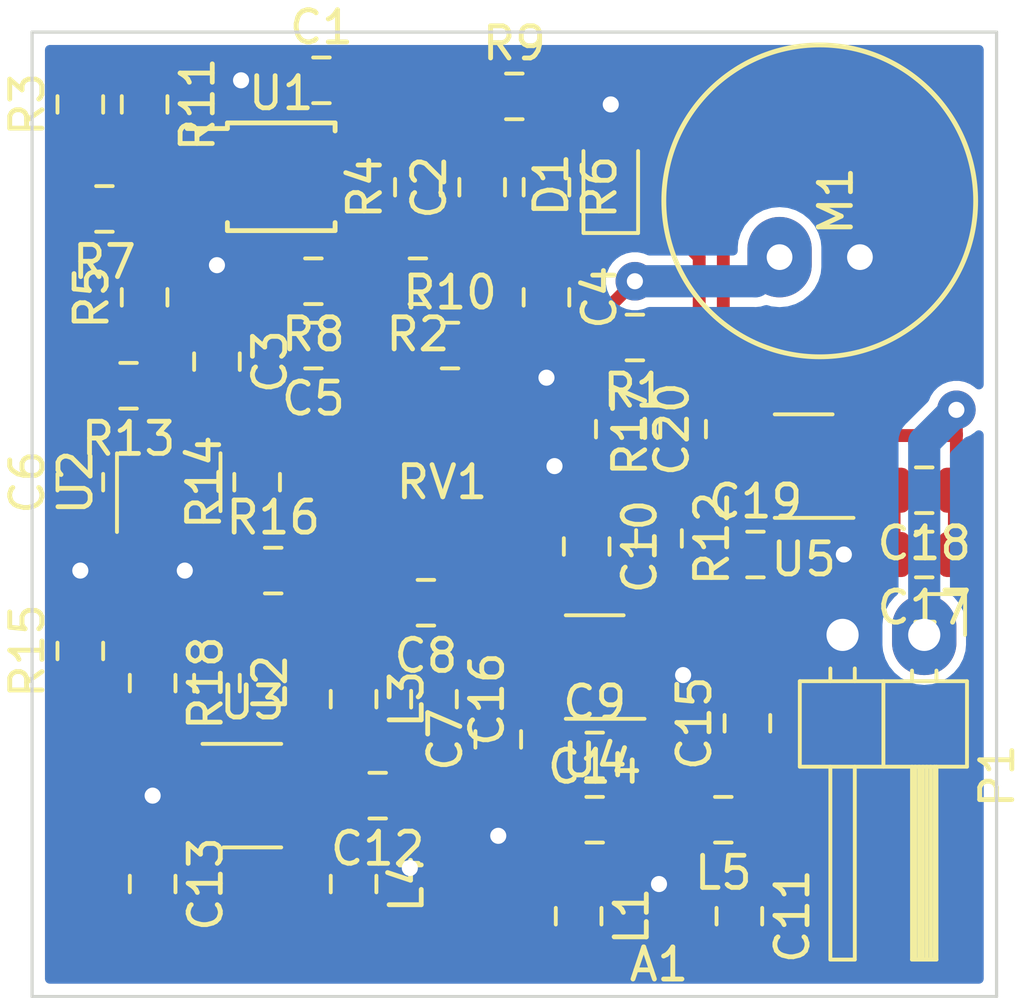
<source format=kicad_pcb>
(kicad_pcb (version 20171130) (host pcbnew 5.1.4-e60b266~84~ubuntu18.04.1)

  (general
    (thickness 1.6)
    (drawings 8)
    (tracks 244)
    (zones 0)
    (modules 53)
    (nets 32)
  )

  (page A4)
  (layers
    (0 F.Cu signal)
    (31 B.Cu signal)
    (32 B.Adhes user)
    (33 F.Adhes user)
    (34 B.Paste user)
    (35 F.Paste user)
    (36 B.SilkS user)
    (37 F.SilkS user)
    (38 B.Mask user)
    (39 F.Mask user)
    (40 Dwgs.User user)
    (41 Cmts.User user)
    (42 Eco1.User user)
    (43 Eco2.User user)
    (44 Edge.Cuts user)
    (45 Margin user)
    (46 B.CrtYd user)
    (47 F.CrtYd user)
    (48 B.Fab user)
    (49 F.Fab user hide)
  )

  (setup
    (last_trace_width 0.4)
    (user_trace_width 1)
    (trace_clearance 0.2)
    (zone_clearance 0.3)
    (zone_45_only no)
    (trace_min 0.4)
    (via_size 1.2)
    (via_drill 0.5)
    (via_min_size 0.4)
    (via_min_drill 0.3)
    (uvia_size 0.3)
    (uvia_drill 0.1)
    (uvias_allowed no)
    (uvia_min_size 0.2)
    (uvia_min_drill 0.1)
    (edge_width 0.1)
    (segment_width 0.2)
    (pcb_text_width 0.3)
    (pcb_text_size 1.5 1.5)
    (mod_edge_width 0.15)
    (mod_text_size 1 1)
    (mod_text_width 0.15)
    (pad_size 2.5 2)
    (pad_drill 1)
    (pad_to_mask_clearance 0.1)
    (solder_mask_min_width 0.1)
    (aux_axis_origin 50 50)
    (visible_elements FFFFFF9F)
    (pcbplotparams
      (layerselection 0x010c8_ffffffff)
      (usegerberextensions true)
      (usegerberattributes false)
      (usegerberadvancedattributes false)
      (creategerberjobfile false)
      (excludeedgelayer true)
      (linewidth 0.100000)
      (plotframeref false)
      (viasonmask false)
      (mode 1)
      (useauxorigin true)
      (hpglpennumber 1)
      (hpglpenspeed 20)
      (hpglpendiameter 15.000000)
      (psnegative false)
      (psa4output false)
      (plotreference false)
      (plotvalue false)
      (plotinvisibletext false)
      (padsonsilk true)
      (subtractmaskfromsilk false)
      (outputformat 1)
      (mirror false)
      (drillshape 0)
      (scaleselection 1)
      (outputdirectory "../gerbers"))
  )

  (net 0 "")
  (net 1 "Net-(A1-Pad1)")
  (net 2 VCC)
  (net 3 GND)
  (net 4 "Net-(C2-Pad1)")
  (net 5 "Net-(C2-Pad2)")
  (net 6 "Net-(C4-Pad1)")
  (net 7 "Net-(C4-Pad2)")
  (net 8 /Bias)
  (net 9 "Net-(C8-Pad1)")
  (net 10 "Net-(C8-Pad2)")
  (net 11 "Net-(C14-Pad1)")
  (net 12 "Net-(C13-Pad2)")
  (net 13 "Net-(C16-Pad1)")
  (net 14 "Net-(C16-Pad2)")
  (net 15 +BATT)
  (net 16 "Net-(L2-Pad1)")
  (net 17 "Net-(R11-Pad2)")
  (net 18 /Signal)
  (net 19 "Net-(R11-Pad1)")
  (net 20 "Net-(R16-Pad1)")
  (net 21 "Net-(R16-Pad2)")
  (net 22 "Net-(L2-Pad2)")
  (net 23 "Net-(C3-Pad1)")
  (net 24 "Net-(C9-Pad2)")
  (net 25 "Net-(C10-Pad2)")
  (net 26 "Net-(C11-Pad1)")
  (net 27 "Net-(C15-Pad2)")
  (net 28 +3V0)
  (net 29 "Net-(R6-Pad1)")
  (net 30 "Net-(R13-Pad1)")
  (net 31 "Net-(R14-Pad1)")

  (net_class Default "This is the default net class."
    (clearance 0.2)
    (trace_width 0.4)
    (via_dia 1.2)
    (via_drill 0.5)
    (uvia_dia 0.3)
    (uvia_drill 0.1)
    (diff_pair_width 0.4)
    (diff_pair_gap 0.25)
    (add_net +3V0)
    (add_net +BATT)
    (add_net /Bias)
    (add_net /Signal)
    (add_net GND)
    (add_net "Net-(A1-Pad1)")
    (add_net "Net-(C10-Pad2)")
    (add_net "Net-(C11-Pad1)")
    (add_net "Net-(C13-Pad2)")
    (add_net "Net-(C14-Pad1)")
    (add_net "Net-(C15-Pad2)")
    (add_net "Net-(C16-Pad1)")
    (add_net "Net-(C16-Pad2)")
    (add_net "Net-(C2-Pad1)")
    (add_net "Net-(C2-Pad2)")
    (add_net "Net-(C3-Pad1)")
    (add_net "Net-(C4-Pad1)")
    (add_net "Net-(C4-Pad2)")
    (add_net "Net-(C8-Pad1)")
    (add_net "Net-(C8-Pad2)")
    (add_net "Net-(C9-Pad2)")
    (add_net "Net-(L2-Pad1)")
    (add_net "Net-(L2-Pad2)")
    (add_net "Net-(R11-Pad1)")
    (add_net "Net-(R11-Pad2)")
    (add_net "Net-(R13-Pad1)")
    (add_net "Net-(R14-Pad1)")
    (add_net "Net-(R16-Pad1)")
    (add_net "Net-(R16-Pad2)")
    (add_net "Net-(R6-Pad1)")
    (add_net VCC)
  )

  (module bug_footprints:LD-MC-0905P (layer F.Cu) (tedit 5DAEFA33) (tstamp 5BD49428)
    (at 74.5 55.25 90)
    (path /5DA5F239)
    (fp_text reference M1 (at 0 0.5 90) (layer F.SilkS)
      (effects (font (size 1 1) (thickness 0.15)))
    )
    (fp_text value ~ (at 0 -0.5 90) (layer F.Fab)
      (effects (font (size 1 1) (thickness 0.15)))
    )
    (fp_line (start 1.25 -2.25) (end 1.25 -1.25) (layer F.Fab) (width 0.12))
    (fp_line (start 0.75 -1.75) (end 1.75 -1.75) (layer F.Fab) (width 0.12))
    (fp_text user %R (at 0.75 0) (layer F.Fab)
      (effects (font (size 1 1) (thickness 0.15)))
    )
    (fp_circle (center 0 0) (end 4.85 0) (layer F.SilkS) (width 0.15))
    (fp_circle (center 0 0) (end 4.85 0) (layer F.Fab) (width 0.15))
    (pad 2 thru_hole oval (at -1.75 -1.25 90) (size 2.5 2) (drill 0.8) (layers B.Cu B.Mask)
      (net 7 "Net-(C4-Pad2)"))
    (pad 1 thru_hole oval (at -1.75 1.25 90) (size 2.5 2) (drill 0.8) (layers B.Cu B.Mask)
      (net 3 GND))
  )

  (module bug_footprints:35W (layer F.Cu) (tedit 5DA71821) (tstamp 5BD49506)
    (at 62.75 64.5 180)
    (path /5DC03570)
    (fp_text reference RV1 (at 0 0.5) (layer F.SilkS)
      (effects (font (size 1 1) (thickness 0.15)))
    )
    (fp_text value 100k (at 0 -0.5) (layer F.Fab)
      (effects (font (size 1 1) (thickness 0.15)))
    )
    (fp_text user %R (at 0 0 90) (layer F.Fab)
      (effects (font (size 1 1) (thickness 0.15)))
    )
    (fp_line (start -1.8 1.5) (end 1.85 1.5) (layer F.Fab) (width 0.12))
    (fp_line (start -1.8 -1.5) (end 1.85 -1.5) (layer F.Fab) (width 0.12))
    (fp_line (start 1.85 -1.5) (end 1.85 1.5) (layer F.Fab) (width 0.12))
    (fp_line (start -1.8 -1.5) (end -1.8 1.5) (layer F.Fab) (width 0.12))
    (pad 3 smd rect (at -1.6 1 180) (size 1.2 1.2) (layers F.Cu F.Paste F.Mask)
      (net 3 GND))
    (pad 2 smd rect (at 1.65 0 180) (size 1.5 1.6) (layers F.Cu F.Paste F.Mask)
      (net 21 "Net-(R16-Pad2)"))
    (pad 1 smd rect (at -1.6 -1 180) (size 1.2 1.2) (layers F.Cu F.Paste F.Mask)
      (net 25 "Net-(C10-Pad2)"))
  )

  (module bug_footprints:Antenna_Pad (layer F.Cu) (tedit 5DA716A3) (tstamp 5BF99F04)
    (at 69.5 78.5)
    (path /5DD56D63)
    (fp_text reference A1 (at 0 0.5) (layer F.SilkS)
      (effects (font (size 1 1) (thickness 0.15)))
    )
    (fp_text value ~ (at 0 -0.5) (layer F.Fab)
      (effects (font (size 1 1) (thickness 0.15)))
    )
    (fp_text user %R (at 0 -1.5) (layer F.Fab)
      (effects (font (size 1 1) (thickness 0.15)))
    )
    (pad 1 smd rect (at 0 0) (size 1.27 1.27) (layers F.Cu F.Paste F.Mask)
      (net 1 "Net-(A1-Pad1)"))
  )

  (module Resistor_SMD:R_0805_2012Metric (layer F.Cu) (tedit 5B36C52B) (tstamp 5DA863BE)
    (at 62 54.825 90)
    (descr "Resistor SMD 0805 (2012 Metric), square (rectangular) end terminal, IPC_7351 nominal, (Body size source: https://docs.google.com/spreadsheets/d/1BsfQQcO9C6DZCsRaXUlFlo91Tg2WpOkGARC1WS5S8t0/edit?usp=sharing), generated with kicad-footprint-generator")
    (tags resistor)
    (path /5DB06E4E)
    (attr smd)
    (fp_text reference R4 (at 0 -1.65 90) (layer F.SilkS)
      (effects (font (size 1 1) (thickness 0.15)))
    )
    (fp_text value 3.3k (at 0 1.65 90) (layer F.Fab)
      (effects (font (size 1 1) (thickness 0.15)))
    )
    (fp_text user %R (at 0 0 90) (layer F.Fab)
      (effects (font (size 0.5 0.5) (thickness 0.08)))
    )
    (fp_line (start 1.68 0.95) (end -1.68 0.95) (layer F.CrtYd) (width 0.05))
    (fp_line (start 1.68 -0.95) (end 1.68 0.95) (layer F.CrtYd) (width 0.05))
    (fp_line (start -1.68 -0.95) (end 1.68 -0.95) (layer F.CrtYd) (width 0.05))
    (fp_line (start -1.68 0.95) (end -1.68 -0.95) (layer F.CrtYd) (width 0.05))
    (fp_line (start -0.258578 0.71) (end 0.258578 0.71) (layer F.SilkS) (width 0.12))
    (fp_line (start -0.258578 -0.71) (end 0.258578 -0.71) (layer F.SilkS) (width 0.12))
    (fp_line (start 1 0.6) (end -1 0.6) (layer F.Fab) (width 0.1))
    (fp_line (start 1 -0.6) (end 1 0.6) (layer F.Fab) (width 0.1))
    (fp_line (start -1 -0.6) (end 1 -0.6) (layer F.Fab) (width 0.1))
    (fp_line (start -1 0.6) (end -1 -0.6) (layer F.Fab) (width 0.1))
    (pad 2 smd roundrect (at 0.9375 0 90) (size 0.975 1.4) (layers F.Cu F.Paste F.Mask) (roundrect_rratio 0.25)
      (net 5 "Net-(C2-Pad2)"))
    (pad 1 smd roundrect (at -0.9375 0 90) (size 0.975 1.4) (layers F.Cu F.Paste F.Mask) (roundrect_rratio 0.25)
      (net 4 "Net-(C2-Pad1)"))
    (model ${KISYS3DMOD}/Resistor_SMD.3dshapes/R_0805_2012Metric.wrl
      (at (xyz 0 0 0))
      (scale (xyz 1 1 1))
      (rotate (xyz 0 0 0))
    )
  )

  (module Package_TO_SOT_SMD:SOT-23-5 (layer F.Cu) (tedit 5A02FF57) (tstamp 5BD4955F)
    (at 74 63.5 180)
    (descr "5-pin SOT23 package")
    (tags SOT-23-5)
    (path /5DDD8327)
    (attr smd)
    (fp_text reference U5 (at 0 -2.9) (layer F.SilkS)
      (effects (font (size 1 1) (thickness 0.15)))
    )
    (fp_text value MIC5317-3.3Yx5 (at 0 2.9) (layer F.Fab)
      (effects (font (size 1 1) (thickness 0.15)))
    )
    (fp_text user %R (at 0 0 90) (layer F.Fab)
      (effects (font (size 0.5 0.5) (thickness 0.075)))
    )
    (fp_line (start -0.9 1.61) (end 0.9 1.61) (layer F.SilkS) (width 0.12))
    (fp_line (start 0.9 -1.61) (end -1.55 -1.61) (layer F.SilkS) (width 0.12))
    (fp_line (start -1.9 -1.8) (end 1.9 -1.8) (layer F.CrtYd) (width 0.05))
    (fp_line (start 1.9 -1.8) (end 1.9 1.8) (layer F.CrtYd) (width 0.05))
    (fp_line (start 1.9 1.8) (end -1.9 1.8) (layer F.CrtYd) (width 0.05))
    (fp_line (start -1.9 1.8) (end -1.9 -1.8) (layer F.CrtYd) (width 0.05))
    (fp_line (start -0.9 -0.9) (end -0.25 -1.55) (layer F.Fab) (width 0.1))
    (fp_line (start 0.9 -1.55) (end -0.25 -1.55) (layer F.Fab) (width 0.1))
    (fp_line (start -0.9 -0.9) (end -0.9 1.55) (layer F.Fab) (width 0.1))
    (fp_line (start 0.9 1.55) (end -0.9 1.55) (layer F.Fab) (width 0.1))
    (fp_line (start 0.9 -1.55) (end 0.9 1.55) (layer F.Fab) (width 0.1))
    (pad 1 smd rect (at -1.1 -0.95 180) (size 1.06 0.65) (layers F.Cu F.Paste F.Mask)
      (net 15 +BATT))
    (pad 2 smd rect (at -1.1 0 180) (size 1.06 0.65) (layers F.Cu F.Paste F.Mask)
      (net 3 GND))
    (pad 3 smd rect (at -1.1 0.95 180) (size 1.06 0.65) (layers F.Cu F.Paste F.Mask)
      (net 15 +BATT))
    (pad 4 smd rect (at 1.1 0.95 180) (size 1.06 0.65) (layers F.Cu F.Paste F.Mask))
    (pad 5 smd rect (at 1.1 -0.95 180) (size 1.06 0.65) (layers F.Cu F.Paste F.Mask)
      (net 2 VCC))
    (model ${KISYS3DMOD}/Package_TO_SOT_SMD.3dshapes/SOT-23-5.wrl
      (at (xyz 0 0 0))
      (scale (xyz 1 1 1))
      (rotate (xyz 0 0 0))
    )
  )

  (module Package_TO_SOT_SMD:SOT-23-6 (layer F.Cu) (tedit 5A02FF57) (tstamp 5BD4954D)
    (at 67.5 69.75 180)
    (descr "6-pin SOT-23 package")
    (tags SOT-23-6)
    (path /5DCB2B4B)
    (attr smd)
    (fp_text reference U4 (at 0 -2.9) (layer F.SilkS)
      (effects (font (size 1 1) (thickness 0.15)))
    )
    (fp_text value MAX2471 (at 0 2.9) (layer F.Fab)
      (effects (font (size 1 1) (thickness 0.15)))
    )
    (fp_line (start 0.9 -1.55) (end 0.9 1.55) (layer F.Fab) (width 0.1))
    (fp_line (start 0.9 1.55) (end -0.9 1.55) (layer F.Fab) (width 0.1))
    (fp_line (start -0.9 -0.9) (end -0.9 1.55) (layer F.Fab) (width 0.1))
    (fp_line (start 0.9 -1.55) (end -0.25 -1.55) (layer F.Fab) (width 0.1))
    (fp_line (start -0.9 -0.9) (end -0.25 -1.55) (layer F.Fab) (width 0.1))
    (fp_line (start -1.9 -1.8) (end -1.9 1.8) (layer F.CrtYd) (width 0.05))
    (fp_line (start -1.9 1.8) (end 1.9 1.8) (layer F.CrtYd) (width 0.05))
    (fp_line (start 1.9 1.8) (end 1.9 -1.8) (layer F.CrtYd) (width 0.05))
    (fp_line (start 1.9 -1.8) (end -1.9 -1.8) (layer F.CrtYd) (width 0.05))
    (fp_line (start 0.9 -1.61) (end -1.55 -1.61) (layer F.SilkS) (width 0.12))
    (fp_line (start -0.9 1.61) (end 0.9 1.61) (layer F.SilkS) (width 0.12))
    (fp_text user %R (at 0 0 90) (layer F.Fab)
      (effects (font (size 0.5 0.5) (thickness 0.075)))
    )
    (pad 5 smd rect (at 1.1 0 180) (size 1.06 0.65) (layers F.Cu F.Paste F.Mask)
      (net 13 "Net-(C16-Pad1)"))
    (pad 6 smd rect (at 1.1 -0.95 180) (size 1.06 0.65) (layers F.Cu F.Paste F.Mask)
      (net 2 VCC))
    (pad 4 smd rect (at 1.1 0.95 180) (size 1.06 0.65) (layers F.Cu F.Paste F.Mask)
      (net 9 "Net-(C8-Pad1)"))
    (pad 3 smd rect (at -1.1 0.95 180) (size 1.06 0.65) (layers F.Cu F.Paste F.Mask)
      (net 27 "Net-(C15-Pad2)"))
    (pad 2 smd rect (at -1.1 0 180) (size 1.06 0.65) (layers F.Cu F.Paste F.Mask)
      (net 3 GND))
    (pad 1 smd rect (at -1.1 -0.95 180) (size 1.06 0.65) (layers F.Cu F.Paste F.Mask)
      (net 24 "Net-(C9-Pad2)"))
    (model ${KISYS3DMOD}/Package_TO_SOT_SMD.3dshapes/SOT-23-6.wrl
      (at (xyz 0 0 0))
      (scale (xyz 1 1 1))
      (rotate (xyz 0 0 0))
    )
  )

  (module Package_TO_SOT_SMD:SOT-23-6 (layer F.Cu) (tedit 5A02FF57) (tstamp 5BD4953E)
    (at 56.85 73.75)
    (descr "6-pin SOT-23 package")
    (tags SOT-23-6)
    (path /5DC417C1)
    (attr smd)
    (fp_text reference U3 (at 0 -2.9) (layer F.SilkS)
      (effects (font (size 1 1) (thickness 0.15)))
    )
    (fp_text value MAX2606 (at 0 2.9) (layer F.Fab)
      (effects (font (size 1 1) (thickness 0.15)))
    )
    (fp_line (start 0.9 -1.55) (end 0.9 1.55) (layer F.Fab) (width 0.1))
    (fp_line (start 0.9 1.55) (end -0.9 1.55) (layer F.Fab) (width 0.1))
    (fp_line (start -0.9 -0.9) (end -0.9 1.55) (layer F.Fab) (width 0.1))
    (fp_line (start 0.9 -1.55) (end -0.25 -1.55) (layer F.Fab) (width 0.1))
    (fp_line (start -0.9 -0.9) (end -0.25 -1.55) (layer F.Fab) (width 0.1))
    (fp_line (start -1.9 -1.8) (end -1.9 1.8) (layer F.CrtYd) (width 0.05))
    (fp_line (start -1.9 1.8) (end 1.9 1.8) (layer F.CrtYd) (width 0.05))
    (fp_line (start 1.9 1.8) (end 1.9 -1.8) (layer F.CrtYd) (width 0.05))
    (fp_line (start 1.9 -1.8) (end -1.9 -1.8) (layer F.CrtYd) (width 0.05))
    (fp_line (start 0.9 -1.61) (end -1.55 -1.61) (layer F.SilkS) (width 0.12))
    (fp_line (start -0.9 1.61) (end 0.9 1.61) (layer F.SilkS) (width 0.12))
    (fp_text user %R (at 0 0 90) (layer F.Fab)
      (effects (font (size 0.5 0.5) (thickness 0.075)))
    )
    (pad 5 smd rect (at 1.1 0) (size 1.06 0.65) (layers F.Cu F.Paste F.Mask)
      (net 2 VCC))
    (pad 6 smd rect (at 1.1 -0.95) (size 1.06 0.65) (layers F.Cu F.Paste F.Mask)
      (net 10 "Net-(C8-Pad2)"))
    (pad 4 smd rect (at 1.1 0.95) (size 1.06 0.65) (layers F.Cu F.Paste F.Mask)
      (net 14 "Net-(C16-Pad2)"))
    (pad 3 smd rect (at -1.1 0.95) (size 1.06 0.65) (layers F.Cu F.Paste F.Mask)
      (net 12 "Net-(C13-Pad2)"))
    (pad 2 smd rect (at -1.1 0) (size 1.06 0.65) (layers F.Cu F.Paste F.Mask)
      (net 3 GND))
    (pad 1 smd rect (at -1.1 -0.95) (size 1.06 0.65) (layers F.Cu F.Paste F.Mask)
      (net 22 "Net-(L2-Pad2)"))
    (model ${KISYS3DMOD}/Package_TO_SOT_SMD.3dshapes/SOT-23-6.wrl
      (at (xyz 0 0 0))
      (scale (xyz 1 1 1))
      (rotate (xyz 0 0 0))
    )
  )

  (module Package_TO_SOT_SMD:SOT-23-5 (layer F.Cu) (tedit 5A02FF57) (tstamp 5BD4952F)
    (at 54.25 64 90)
    (descr "5-pin SOT23 package")
    (tags SOT-23-5)
    (path /5DBFC70A)
    (attr smd)
    (fp_text reference U2 (at 0 -2.9 90) (layer F.SilkS)
      (effects (font (size 1 1) (thickness 0.15)))
    )
    (fp_text value MCP6001-OT (at 0 2.9 90) (layer F.Fab)
      (effects (font (size 1 1) (thickness 0.15)))
    )
    (fp_line (start 0.9 -1.55) (end 0.9 1.55) (layer F.Fab) (width 0.1))
    (fp_line (start 0.9 1.55) (end -0.9 1.55) (layer F.Fab) (width 0.1))
    (fp_line (start -0.9 -0.9) (end -0.9 1.55) (layer F.Fab) (width 0.1))
    (fp_line (start 0.9 -1.55) (end -0.25 -1.55) (layer F.Fab) (width 0.1))
    (fp_line (start -0.9 -0.9) (end -0.25 -1.55) (layer F.Fab) (width 0.1))
    (fp_line (start -1.9 1.8) (end -1.9 -1.8) (layer F.CrtYd) (width 0.05))
    (fp_line (start 1.9 1.8) (end -1.9 1.8) (layer F.CrtYd) (width 0.05))
    (fp_line (start 1.9 -1.8) (end 1.9 1.8) (layer F.CrtYd) (width 0.05))
    (fp_line (start -1.9 -1.8) (end 1.9 -1.8) (layer F.CrtYd) (width 0.05))
    (fp_line (start 0.9 -1.61) (end -1.55 -1.61) (layer F.SilkS) (width 0.12))
    (fp_line (start -0.9 1.61) (end 0.9 1.61) (layer F.SilkS) (width 0.12))
    (fp_text user %R (at 0 0) (layer F.Fab)
      (effects (font (size 0.5 0.5) (thickness 0.075)))
    )
    (pad 5 smd rect (at 1.1 -0.95 90) (size 1.06 0.65) (layers F.Cu F.Paste F.Mask)
      (net 2 VCC))
    (pad 4 smd rect (at 1.1 0.95 90) (size 1.06 0.65) (layers F.Cu F.Paste F.Mask)
      (net 30 "Net-(R13-Pad1)"))
    (pad 3 smd rect (at -1.1 0.95 90) (size 1.06 0.65) (layers F.Cu F.Paste F.Mask)
      (net 20 "Net-(R16-Pad1)"))
    (pad 2 smd rect (at -1.1 0 90) (size 1.06 0.65) (layers F.Cu F.Paste F.Mask)
      (net 3 GND))
    (pad 1 smd rect (at -1.1 -0.95 90) (size 1.06 0.65) (layers F.Cu F.Paste F.Mask)
      (net 31 "Net-(R14-Pad1)"))
    (model ${KISYS3DMOD}/Package_TO_SOT_SMD.3dshapes/SOT-23-5.wrl
      (at (xyz 0 0 0))
      (scale (xyz 1 1 1))
      (rotate (xyz 0 0 0))
    )
  )

  (module Package_SO:MSOP-8_3x3mm_P0.65mm (layer F.Cu) (tedit 5A02F25C) (tstamp 5BD4951D)
    (at 57.75 54.5)
    (descr "8-Lead Plastic Micro Small Outline Package (MS) [MSOP] (see Microchip Packaging Specification 00000049BS.pdf)")
    (tags "SSOP 0.65")
    (path /5DA6BB4F)
    (attr smd)
    (fp_text reference U1 (at 0 -2.6) (layer F.SilkS)
      (effects (font (size 1 1) (thickness 0.15)))
    )
    (fp_text value MCP6002-xMS (at 0 2.6) (layer F.Fab)
      (effects (font (size 1 1) (thickness 0.15)))
    )
    (fp_text user %R (at 0 0) (layer F.Fab)
      (effects (font (size 0.6 0.6) (thickness 0.15)))
    )
    (fp_line (start -1.675 -1.5) (end -2.925 -1.5) (layer F.SilkS) (width 0.15))
    (fp_line (start -1.675 1.675) (end 1.675 1.675) (layer F.SilkS) (width 0.15))
    (fp_line (start -1.675 -1.675) (end 1.675 -1.675) (layer F.SilkS) (width 0.15))
    (fp_line (start -1.675 1.675) (end -1.675 1.425) (layer F.SilkS) (width 0.15))
    (fp_line (start 1.675 1.675) (end 1.675 1.425) (layer F.SilkS) (width 0.15))
    (fp_line (start 1.675 -1.675) (end 1.675 -1.425) (layer F.SilkS) (width 0.15))
    (fp_line (start -1.675 -1.675) (end -1.675 -1.5) (layer F.SilkS) (width 0.15))
    (fp_line (start -3.2 1.85) (end 3.2 1.85) (layer F.CrtYd) (width 0.05))
    (fp_line (start -3.2 -1.85) (end 3.2 -1.85) (layer F.CrtYd) (width 0.05))
    (fp_line (start 3.2 -1.85) (end 3.2 1.85) (layer F.CrtYd) (width 0.05))
    (fp_line (start -3.2 -1.85) (end -3.2 1.85) (layer F.CrtYd) (width 0.05))
    (fp_line (start -1.5 -0.5) (end -0.5 -1.5) (layer F.Fab) (width 0.15))
    (fp_line (start -1.5 1.5) (end -1.5 -0.5) (layer F.Fab) (width 0.15))
    (fp_line (start 1.5 1.5) (end -1.5 1.5) (layer F.Fab) (width 0.15))
    (fp_line (start 1.5 -1.5) (end 1.5 1.5) (layer F.Fab) (width 0.15))
    (fp_line (start -0.5 -1.5) (end 1.5 -1.5) (layer F.Fab) (width 0.15))
    (pad 8 smd rect (at 2.2 -0.975) (size 1.45 0.45) (layers F.Cu F.Paste F.Mask)
      (net 2 VCC))
    (pad 7 smd rect (at 2.2 -0.325) (size 1.45 0.45) (layers F.Cu F.Paste F.Mask)
      (net 5 "Net-(C2-Pad2)"))
    (pad 6 smd rect (at 2.2 0.325) (size 1.45 0.45) (layers F.Cu F.Paste F.Mask)
      (net 29 "Net-(R6-Pad1)"))
    (pad 5 smd rect (at 2.2 0.975) (size 1.45 0.45) (layers F.Cu F.Paste F.Mask)
      (net 8 /Bias))
    (pad 4 smd rect (at -2.2 0.975) (size 1.45 0.45) (layers F.Cu F.Paste F.Mask)
      (net 3 GND))
    (pad 3 smd rect (at -2.2 0.325) (size 1.45 0.45) (layers F.Cu F.Paste F.Mask)
      (net 8 /Bias))
    (pad 2 smd rect (at -2.2 -0.325) (size 1.45 0.45) (layers F.Cu F.Paste F.Mask)
      (net 17 "Net-(R11-Pad2)"))
    (pad 1 smd rect (at -2.2 -0.975) (size 1.45 0.45) (layers F.Cu F.Paste F.Mask)
      (net 19 "Net-(R11-Pad1)"))
    (model ${KISYS3DMOD}/Package_SO.3dshapes/MSOP-8_3x3mm_P0.65mm.wrl
      (at (xyz 0 0 0))
      (scale (xyz 1 1 1))
      (rotate (xyz 0 0 0))
    )
  )

  (module Resistor_SMD:R_0805_2012Metric (layer F.Cu) (tedit 5B36C52B) (tstamp 5BF1B9B6)
    (at 53.75 70.25 270)
    (descr "Resistor SMD 0805 (2012 Metric), square (rectangular) end terminal, IPC_7351 nominal, (Body size source: https://docs.google.com/spreadsheets/d/1BsfQQcO9C6DZCsRaXUlFlo91Tg2WpOkGARC1WS5S8t0/edit?usp=sharing), generated with kicad-footprint-generator")
    (tags resistor)
    (path /5DC7A264)
    (attr smd)
    (fp_text reference R18 (at 0 -1.65 90) (layer F.SilkS)
      (effects (font (size 1 1) (thickness 0.15)))
    )
    (fp_text value 0 (at 0 1.65 90) (layer F.Fab)
      (effects (font (size 1 1) (thickness 0.15)))
    )
    (fp_text user %R (at 0 0 90) (layer F.Fab)
      (effects (font (size 0.5 0.5) (thickness 0.08)))
    )
    (fp_line (start 1.68 0.95) (end -1.68 0.95) (layer F.CrtYd) (width 0.05))
    (fp_line (start 1.68 -0.95) (end 1.68 0.95) (layer F.CrtYd) (width 0.05))
    (fp_line (start -1.68 -0.95) (end 1.68 -0.95) (layer F.CrtYd) (width 0.05))
    (fp_line (start -1.68 0.95) (end -1.68 -0.95) (layer F.CrtYd) (width 0.05))
    (fp_line (start -0.258578 0.71) (end 0.258578 0.71) (layer F.SilkS) (width 0.12))
    (fp_line (start -0.258578 -0.71) (end 0.258578 -0.71) (layer F.SilkS) (width 0.12))
    (fp_line (start 1 0.6) (end -1 0.6) (layer F.Fab) (width 0.1))
    (fp_line (start 1 -0.6) (end 1 0.6) (layer F.Fab) (width 0.1))
    (fp_line (start -1 -0.6) (end 1 -0.6) (layer F.Fab) (width 0.1))
    (fp_line (start -1 0.6) (end -1 -0.6) (layer F.Fab) (width 0.1))
    (pad 2 smd roundrect (at 0.9375 0 270) (size 0.975 1.4) (layers F.Cu F.Paste F.Mask) (roundrect_rratio 0.25)
      (net 3 GND))
    (pad 1 smd roundrect (at -0.9375 0 270) (size 0.975 1.4) (layers F.Cu F.Paste F.Mask) (roundrect_rratio 0.25)
      (net 16 "Net-(L2-Pad1)"))
    (model ${KISYS3DMOD}/Resistor_SMD.3dshapes/R_0805_2012Metric.wrl
      (at (xyz 0 0 0))
      (scale (xyz 1 1 1))
      (rotate (xyz 0 0 0))
    )
  )

  (module Resistor_SMD:R_0805_2012Metric (layer F.Cu) (tedit 5B36C52B) (tstamp 5BEC54A8)
    (at 70.25 62.35 90)
    (descr "Resistor SMD 0805 (2012 Metric), square (rectangular) end terminal, IPC_7351 nominal, (Body size source: https://docs.google.com/spreadsheets/d/1BsfQQcO9C6DZCsRaXUlFlo91Tg2WpOkGARC1WS5S8t0/edit?usp=sharing), generated with kicad-footprint-generator")
    (tags resistor)
    (path /5DE7F13E)
    (attr smd)
    (fp_text reference R17 (at 0 -1.65 90) (layer F.SilkS)
      (effects (font (size 1 1) (thickness 0.15)))
    )
    (fp_text value 62 (at 0 1.65 90) (layer F.Fab)
      (effects (font (size 1 1) (thickness 0.15)))
    )
    (fp_text user %R (at 0 0 90) (layer F.Fab)
      (effects (font (size 0.5 0.5) (thickness 0.08)))
    )
    (fp_line (start 1.68 0.95) (end -1.68 0.95) (layer F.CrtYd) (width 0.05))
    (fp_line (start 1.68 -0.95) (end 1.68 0.95) (layer F.CrtYd) (width 0.05))
    (fp_line (start -1.68 -0.95) (end 1.68 -0.95) (layer F.CrtYd) (width 0.05))
    (fp_line (start -1.68 0.95) (end -1.68 -0.95) (layer F.CrtYd) (width 0.05))
    (fp_line (start -0.258578 0.71) (end 0.258578 0.71) (layer F.SilkS) (width 0.12))
    (fp_line (start -0.258578 -0.71) (end 0.258578 -0.71) (layer F.SilkS) (width 0.12))
    (fp_line (start 1 0.6) (end -1 0.6) (layer F.Fab) (width 0.1))
    (fp_line (start 1 -0.6) (end 1 0.6) (layer F.Fab) (width 0.1))
    (fp_line (start -1 -0.6) (end 1 -0.6) (layer F.Fab) (width 0.1))
    (fp_line (start -1 0.6) (end -1 -0.6) (layer F.Fab) (width 0.1))
    (pad 2 smd roundrect (at 0.9375 0 90) (size 0.975 1.4) (layers F.Cu F.Paste F.Mask) (roundrect_rratio 0.25)
      (net 28 +3V0))
    (pad 1 smd roundrect (at -0.9375 0 90) (size 0.975 1.4) (layers F.Cu F.Paste F.Mask) (roundrect_rratio 0.25)
      (net 2 VCC))
    (model ${KISYS3DMOD}/Resistor_SMD.3dshapes/R_0805_2012Metric.wrl
      (at (xyz 0 0 0))
      (scale (xyz 1 1 1))
      (rotate (xyz 0 0 0))
    )
  )

  (module Resistor_SMD:R_0805_2012Metric (layer F.Cu) (tedit 5B36C52B) (tstamp 5BD6AAD1)
    (at 57.5 66.75)
    (descr "Resistor SMD 0805 (2012 Metric), square (rectangular) end terminal, IPC_7351 nominal, (Body size source: https://docs.google.com/spreadsheets/d/1BsfQQcO9C6DZCsRaXUlFlo91Tg2WpOkGARC1WS5S8t0/edit?usp=sharing), generated with kicad-footprint-generator")
    (tags resistor)
    (path /5DBFCF83)
    (attr smd)
    (fp_text reference R16 (at 0 -1.65) (layer F.SilkS)
      (effects (font (size 1 1) (thickness 0.15)))
    )
    (fp_text value 0 (at 0 1.65) (layer F.Fab)
      (effects (font (size 1 1) (thickness 0.15)))
    )
    (fp_text user %R (at 0 0) (layer F.Fab)
      (effects (font (size 0.5 0.5) (thickness 0.08)))
    )
    (fp_line (start 1.68 0.95) (end -1.68 0.95) (layer F.CrtYd) (width 0.05))
    (fp_line (start 1.68 -0.95) (end 1.68 0.95) (layer F.CrtYd) (width 0.05))
    (fp_line (start -1.68 -0.95) (end 1.68 -0.95) (layer F.CrtYd) (width 0.05))
    (fp_line (start -1.68 0.95) (end -1.68 -0.95) (layer F.CrtYd) (width 0.05))
    (fp_line (start -0.258578 0.71) (end 0.258578 0.71) (layer F.SilkS) (width 0.12))
    (fp_line (start -0.258578 -0.71) (end 0.258578 -0.71) (layer F.SilkS) (width 0.12))
    (fp_line (start 1 0.6) (end -1 0.6) (layer F.Fab) (width 0.1))
    (fp_line (start 1 -0.6) (end 1 0.6) (layer F.Fab) (width 0.1))
    (fp_line (start -1 -0.6) (end 1 -0.6) (layer F.Fab) (width 0.1))
    (fp_line (start -1 0.6) (end -1 -0.6) (layer F.Fab) (width 0.1))
    (pad 2 smd roundrect (at 0.9375 0) (size 0.975 1.4) (layers F.Cu F.Paste F.Mask) (roundrect_rratio 0.25)
      (net 21 "Net-(R16-Pad2)"))
    (pad 1 smd roundrect (at -0.9375 0) (size 0.975 1.4) (layers F.Cu F.Paste F.Mask) (roundrect_rratio 0.25)
      (net 20 "Net-(R16-Pad1)"))
    (model ${KISYS3DMOD}/Resistor_SMD.3dshapes/R_0805_2012Metric.wrl
      (at (xyz 0 0 0))
      (scale (xyz 1 1 1))
      (rotate (xyz 0 0 0))
    )
  )

  (module Resistor_SMD:R_0805_2012Metric (layer F.Cu) (tedit 5B36C52B) (tstamp 5BD494FF)
    (at 51.5 69.25 90)
    (descr "Resistor SMD 0805 (2012 Metric), square (rectangular) end terminal, IPC_7351 nominal, (Body size source: https://docs.google.com/spreadsheets/d/1BsfQQcO9C6DZCsRaXUlFlo91Tg2WpOkGARC1WS5S8t0/edit?usp=sharing), generated with kicad-footprint-generator")
    (tags resistor)
    (path /5DC44378)
    (attr smd)
    (fp_text reference R15 (at 0 -1.65 90) (layer F.SilkS)
      (effects (font (size 1 1) (thickness 0.15)))
    )
    (fp_text value 560 (at 0 1.65 90) (layer F.Fab)
      (effects (font (size 1 1) (thickness 0.15)))
    )
    (fp_text user %R (at 0 0 90) (layer F.Fab)
      (effects (font (size 0.5 0.5) (thickness 0.08)))
    )
    (fp_line (start 1.68 0.95) (end -1.68 0.95) (layer F.CrtYd) (width 0.05))
    (fp_line (start 1.68 -0.95) (end 1.68 0.95) (layer F.CrtYd) (width 0.05))
    (fp_line (start -1.68 -0.95) (end 1.68 -0.95) (layer F.CrtYd) (width 0.05))
    (fp_line (start -1.68 0.95) (end -1.68 -0.95) (layer F.CrtYd) (width 0.05))
    (fp_line (start -0.258578 0.71) (end 0.258578 0.71) (layer F.SilkS) (width 0.12))
    (fp_line (start -0.258578 -0.71) (end 0.258578 -0.71) (layer F.SilkS) (width 0.12))
    (fp_line (start 1 0.6) (end -1 0.6) (layer F.Fab) (width 0.1))
    (fp_line (start 1 -0.6) (end 1 0.6) (layer F.Fab) (width 0.1))
    (fp_line (start -1 -0.6) (end 1 -0.6) (layer F.Fab) (width 0.1))
    (fp_line (start -1 0.6) (end -1 -0.6) (layer F.Fab) (width 0.1))
    (pad 2 smd roundrect (at 0.9375 0 90) (size 0.975 1.4) (layers F.Cu F.Paste F.Mask) (roundrect_rratio 0.25)
      (net 31 "Net-(R14-Pad1)"))
    (pad 1 smd roundrect (at -0.9375 0 90) (size 0.975 1.4) (layers F.Cu F.Paste F.Mask) (roundrect_rratio 0.25)
      (net 12 "Net-(C13-Pad2)"))
    (model ${KISYS3DMOD}/Resistor_SMD.3dshapes/R_0805_2012Metric.wrl
      (at (xyz 0 0 0))
      (scale (xyz 1 1 1))
      (rotate (xyz 0 0 0))
    )
  )

  (module Resistor_SMD:R_0805_2012Metric (layer F.Cu) (tedit 5B36C52B) (tstamp 5BD494F3)
    (at 57 64 90)
    (descr "Resistor SMD 0805 (2012 Metric), square (rectangular) end terminal, IPC_7351 nominal, (Body size source: https://docs.google.com/spreadsheets/d/1BsfQQcO9C6DZCsRaXUlFlo91Tg2WpOkGARC1WS5S8t0/edit?usp=sharing), generated with kicad-footprint-generator")
    (tags resistor)
    (path /5DC3BF8D)
    (attr smd)
    (fp_text reference R14 (at 0 -1.65 90) (layer F.SilkS)
      (effects (font (size 1 1) (thickness 0.15)))
    )
    (fp_text value 10k (at 0 1.65 90) (layer F.Fab)
      (effects (font (size 1 1) (thickness 0.15)))
    )
    (fp_text user %R (at 0 0 90) (layer F.Fab)
      (effects (font (size 0.5 0.5) (thickness 0.08)))
    )
    (fp_line (start 1.68 0.95) (end -1.68 0.95) (layer F.CrtYd) (width 0.05))
    (fp_line (start 1.68 -0.95) (end 1.68 0.95) (layer F.CrtYd) (width 0.05))
    (fp_line (start -1.68 -0.95) (end 1.68 -0.95) (layer F.CrtYd) (width 0.05))
    (fp_line (start -1.68 0.95) (end -1.68 -0.95) (layer F.CrtYd) (width 0.05))
    (fp_line (start -0.258578 0.71) (end 0.258578 0.71) (layer F.SilkS) (width 0.12))
    (fp_line (start -0.258578 -0.71) (end 0.258578 -0.71) (layer F.SilkS) (width 0.12))
    (fp_line (start 1 0.6) (end -1 0.6) (layer F.Fab) (width 0.1))
    (fp_line (start 1 -0.6) (end 1 0.6) (layer F.Fab) (width 0.1))
    (fp_line (start -1 -0.6) (end 1 -0.6) (layer F.Fab) (width 0.1))
    (fp_line (start -1 0.6) (end -1 -0.6) (layer F.Fab) (width 0.1))
    (pad 2 smd roundrect (at 0.9375 0 90) (size 0.975 1.4) (layers F.Cu F.Paste F.Mask) (roundrect_rratio 0.25)
      (net 30 "Net-(R13-Pad1)"))
    (pad 1 smd roundrect (at -0.9375 0 90) (size 0.975 1.4) (layers F.Cu F.Paste F.Mask) (roundrect_rratio 0.25)
      (net 31 "Net-(R14-Pad1)"))
    (model ${KISYS3DMOD}/Resistor_SMD.3dshapes/R_0805_2012Metric.wrl
      (at (xyz 0 0 0))
      (scale (xyz 1 1 1))
      (rotate (xyz 0 0 0))
    )
  )

  (module Resistor_SMD:R_0805_2012Metric (layer F.Cu) (tedit 5B36C52B) (tstamp 5BD494E7)
    (at 53 61 180)
    (descr "Resistor SMD 0805 (2012 Metric), square (rectangular) end terminal, IPC_7351 nominal, (Body size source: https://docs.google.com/spreadsheets/d/1BsfQQcO9C6DZCsRaXUlFlo91Tg2WpOkGARC1WS5S8t0/edit?usp=sharing), generated with kicad-footprint-generator")
    (tags resistor)
    (path /5DC2BF39)
    (attr smd)
    (fp_text reference R13 (at 0 -1.65) (layer F.SilkS)
      (effects (font (size 1 1) (thickness 0.15)))
    )
    (fp_text value 10k (at 0 1.65) (layer F.Fab)
      (effects (font (size 1 1) (thickness 0.15)))
    )
    (fp_text user %R (at 0 0) (layer F.Fab)
      (effects (font (size 0.5 0.5) (thickness 0.08)))
    )
    (fp_line (start 1.68 0.95) (end -1.68 0.95) (layer F.CrtYd) (width 0.05))
    (fp_line (start 1.68 -0.95) (end 1.68 0.95) (layer F.CrtYd) (width 0.05))
    (fp_line (start -1.68 -0.95) (end 1.68 -0.95) (layer F.CrtYd) (width 0.05))
    (fp_line (start -1.68 0.95) (end -1.68 -0.95) (layer F.CrtYd) (width 0.05))
    (fp_line (start -0.258578 0.71) (end 0.258578 0.71) (layer F.SilkS) (width 0.12))
    (fp_line (start -0.258578 -0.71) (end 0.258578 -0.71) (layer F.SilkS) (width 0.12))
    (fp_line (start 1 0.6) (end -1 0.6) (layer F.Fab) (width 0.1))
    (fp_line (start 1 -0.6) (end 1 0.6) (layer F.Fab) (width 0.1))
    (fp_line (start -1 -0.6) (end 1 -0.6) (layer F.Fab) (width 0.1))
    (fp_line (start -1 0.6) (end -1 -0.6) (layer F.Fab) (width 0.1))
    (pad 2 smd roundrect (at 0.9375 0 180) (size 0.975 1.4) (layers F.Cu F.Paste F.Mask) (roundrect_rratio 0.25)
      (net 18 /Signal))
    (pad 1 smd roundrect (at -0.9375 0 180) (size 0.975 1.4) (layers F.Cu F.Paste F.Mask) (roundrect_rratio 0.25)
      (net 30 "Net-(R13-Pad1)"))
    (model ${KISYS3DMOD}/Resistor_SMD.3dshapes/R_0805_2012Metric.wrl
      (at (xyz 0 0 0))
      (scale (xyz 1 1 1))
      (rotate (xyz 0 0 0))
    )
  )

  (module Resistor_SMD:R_0805_2012Metric (layer F.Cu) (tedit 5B36C52B) (tstamp 5DA8451C)
    (at 69.5 65.75 270)
    (descr "Resistor SMD 0805 (2012 Metric), square (rectangular) end terminal, IPC_7351 nominal, (Body size source: https://docs.google.com/spreadsheets/d/1BsfQQcO9C6DZCsRaXUlFlo91Tg2WpOkGARC1WS5S8t0/edit?usp=sharing), generated with kicad-footprint-generator")
    (tags resistor)
    (path /5DC053FC)
    (attr smd)
    (fp_text reference R12 (at 0 -1.65 90) (layer F.SilkS)
      (effects (font (size 1 1) (thickness 0.15)))
    )
    (fp_text value 100k (at 0 1.65 90) (layer F.Fab)
      (effects (font (size 1 1) (thickness 0.15)))
    )
    (fp_text user %R (at 0 0 90) (layer F.Fab)
      (effects (font (size 0.5 0.5) (thickness 0.08)))
    )
    (fp_line (start 1.68 0.95) (end -1.68 0.95) (layer F.CrtYd) (width 0.05))
    (fp_line (start 1.68 -0.95) (end 1.68 0.95) (layer F.CrtYd) (width 0.05))
    (fp_line (start -1.68 -0.95) (end 1.68 -0.95) (layer F.CrtYd) (width 0.05))
    (fp_line (start -1.68 0.95) (end -1.68 -0.95) (layer F.CrtYd) (width 0.05))
    (fp_line (start -0.258578 0.71) (end 0.258578 0.71) (layer F.SilkS) (width 0.12))
    (fp_line (start -0.258578 -0.71) (end 0.258578 -0.71) (layer F.SilkS) (width 0.12))
    (fp_line (start 1 0.6) (end -1 0.6) (layer F.Fab) (width 0.1))
    (fp_line (start 1 -0.6) (end 1 0.6) (layer F.Fab) (width 0.1))
    (fp_line (start -1 -0.6) (end 1 -0.6) (layer F.Fab) (width 0.1))
    (fp_line (start -1 0.6) (end -1 -0.6) (layer F.Fab) (width 0.1))
    (pad 2 smd roundrect (at 0.9375 0 270) (size 0.975 1.4) (layers F.Cu F.Paste F.Mask) (roundrect_rratio 0.25)
      (net 25 "Net-(C10-Pad2)"))
    (pad 1 smd roundrect (at -0.9375 0 270) (size 0.975 1.4) (layers F.Cu F.Paste F.Mask) (roundrect_rratio 0.25)
      (net 2 VCC))
    (model ${KISYS3DMOD}/Resistor_SMD.3dshapes/R_0805_2012Metric.wrl
      (at (xyz 0 0 0))
      (scale (xyz 1 1 1))
      (rotate (xyz 0 0 0))
    )
  )

  (module Resistor_SMD:R_0805_2012Metric (layer F.Cu) (tedit 5B36C52B) (tstamp 5BD494CF)
    (at 53.5 52.25 270)
    (descr "Resistor SMD 0805 (2012 Metric), square (rectangular) end terminal, IPC_7351 nominal, (Body size source: https://docs.google.com/spreadsheets/d/1BsfQQcO9C6DZCsRaXUlFlo91Tg2WpOkGARC1WS5S8t0/edit?usp=sharing), generated with kicad-footprint-generator")
    (tags resistor)
    (path /5DB6B66E)
    (attr smd)
    (fp_text reference R11 (at 0 -1.65 90) (layer F.SilkS)
      (effects (font (size 1 1) (thickness 0.15)))
    )
    (fp_text value 390k (at 0 1.65 90) (layer F.Fab)
      (effects (font (size 1 1) (thickness 0.15)))
    )
    (fp_text user %R (at 0 0 90) (layer F.Fab)
      (effects (font (size 0.5 0.5) (thickness 0.08)))
    )
    (fp_line (start 1.68 0.95) (end -1.68 0.95) (layer F.CrtYd) (width 0.05))
    (fp_line (start 1.68 -0.95) (end 1.68 0.95) (layer F.CrtYd) (width 0.05))
    (fp_line (start -1.68 -0.95) (end 1.68 -0.95) (layer F.CrtYd) (width 0.05))
    (fp_line (start -1.68 0.95) (end -1.68 -0.95) (layer F.CrtYd) (width 0.05))
    (fp_line (start -0.258578 0.71) (end 0.258578 0.71) (layer F.SilkS) (width 0.12))
    (fp_line (start -0.258578 -0.71) (end 0.258578 -0.71) (layer F.SilkS) (width 0.12))
    (fp_line (start 1 0.6) (end -1 0.6) (layer F.Fab) (width 0.1))
    (fp_line (start 1 -0.6) (end 1 0.6) (layer F.Fab) (width 0.1))
    (fp_line (start -1 -0.6) (end 1 -0.6) (layer F.Fab) (width 0.1))
    (fp_line (start -1 0.6) (end -1 -0.6) (layer F.Fab) (width 0.1))
    (pad 2 smd roundrect (at 0.9375 0 270) (size 0.975 1.4) (layers F.Cu F.Paste F.Mask) (roundrect_rratio 0.25)
      (net 17 "Net-(R11-Pad2)"))
    (pad 1 smd roundrect (at -0.9375 0 270) (size 0.975 1.4) (layers F.Cu F.Paste F.Mask) (roundrect_rratio 0.25)
      (net 19 "Net-(R11-Pad1)"))
    (model ${KISYS3DMOD}/Resistor_SMD.3dshapes/R_0805_2012Metric.wrl
      (at (xyz 0 0 0))
      (scale (xyz 1 1 1))
      (rotate (xyz 0 0 0))
    )
  )

  (module Resistor_SMD:R_0805_2012Metric (layer F.Cu) (tedit 5B36C52B) (tstamp 5BD494C3)
    (at 63 59.75)
    (descr "Resistor SMD 0805 (2012 Metric), square (rectangular) end terminal, IPC_7351 nominal, (Body size source: https://docs.google.com/spreadsheets/d/1BsfQQcO9C6DZCsRaXUlFlo91Tg2WpOkGARC1WS5S8t0/edit?usp=sharing), generated with kicad-footprint-generator")
    (tags resistor)
    (path /5DB074F8)
    (attr smd)
    (fp_text reference R10 (at 0 -1.65) (layer F.SilkS)
      (effects (font (size 1 1) (thickness 0.15)))
    )
    (fp_text value 360 (at 0 1.65) (layer F.Fab)
      (effects (font (size 1 1) (thickness 0.15)))
    )
    (fp_text user %R (at 0 0) (layer F.Fab)
      (effects (font (size 0.5 0.5) (thickness 0.08)))
    )
    (fp_line (start 1.68 0.95) (end -1.68 0.95) (layer F.CrtYd) (width 0.05))
    (fp_line (start 1.68 -0.95) (end 1.68 0.95) (layer F.CrtYd) (width 0.05))
    (fp_line (start -1.68 -0.95) (end 1.68 -0.95) (layer F.CrtYd) (width 0.05))
    (fp_line (start -1.68 0.95) (end -1.68 -0.95) (layer F.CrtYd) (width 0.05))
    (fp_line (start -0.258578 0.71) (end 0.258578 0.71) (layer F.SilkS) (width 0.12))
    (fp_line (start -0.258578 -0.71) (end 0.258578 -0.71) (layer F.SilkS) (width 0.12))
    (fp_line (start 1 0.6) (end -1 0.6) (layer F.Fab) (width 0.1))
    (fp_line (start 1 -0.6) (end 1 0.6) (layer F.Fab) (width 0.1))
    (fp_line (start -1 -0.6) (end 1 -0.6) (layer F.Fab) (width 0.1))
    (fp_line (start -1 0.6) (end -1 -0.6) (layer F.Fab) (width 0.1))
    (pad 2 smd roundrect (at 0.9375 0) (size 0.975 1.4) (layers F.Cu F.Paste F.Mask) (roundrect_rratio 0.25)
      (net 3 GND))
    (pad 1 smd roundrect (at -0.9375 0) (size 0.975 1.4) (layers F.Cu F.Paste F.Mask) (roundrect_rratio 0.25)
      (net 4 "Net-(C2-Pad1)"))
    (model ${KISYS3DMOD}/Resistor_SMD.3dshapes/R_0805_2012Metric.wrl
      (at (xyz 0 0 0))
      (scale (xyz 1 1 1))
      (rotate (xyz 0 0 0))
    )
  )

  (module Resistor_SMD:R_0805_2012Metric (layer F.Cu) (tedit 5B36C52B) (tstamp 5BD494B7)
    (at 65 52)
    (descr "Resistor SMD 0805 (2012 Metric), square (rectangular) end terminal, IPC_7351 nominal, (Body size source: https://docs.google.com/spreadsheets/d/1BsfQQcO9C6DZCsRaXUlFlo91Tg2WpOkGARC1WS5S8t0/edit?usp=sharing), generated with kicad-footprint-generator")
    (tags resistor)
    (path /5DA655FE)
    (attr smd)
    (fp_text reference R9 (at 0 -1.65) (layer F.SilkS)
      (effects (font (size 1 1) (thickness 0.15)))
    )
    (fp_text value 100k (at 0 1.65) (layer F.Fab)
      (effects (font (size 1 1) (thickness 0.15)))
    )
    (fp_text user %R (at 0 0) (layer F.Fab)
      (effects (font (size 0.5 0.5) (thickness 0.08)))
    )
    (fp_line (start 1.68 0.95) (end -1.68 0.95) (layer F.CrtYd) (width 0.05))
    (fp_line (start 1.68 -0.95) (end 1.68 0.95) (layer F.CrtYd) (width 0.05))
    (fp_line (start -1.68 -0.95) (end 1.68 -0.95) (layer F.CrtYd) (width 0.05))
    (fp_line (start -1.68 0.95) (end -1.68 -0.95) (layer F.CrtYd) (width 0.05))
    (fp_line (start -0.258578 0.71) (end 0.258578 0.71) (layer F.SilkS) (width 0.12))
    (fp_line (start -0.258578 -0.71) (end 0.258578 -0.71) (layer F.SilkS) (width 0.12))
    (fp_line (start 1 0.6) (end -1 0.6) (layer F.Fab) (width 0.1))
    (fp_line (start 1 -0.6) (end 1 0.6) (layer F.Fab) (width 0.1))
    (fp_line (start -1 -0.6) (end 1 -0.6) (layer F.Fab) (width 0.1))
    (fp_line (start -1 0.6) (end -1 -0.6) (layer F.Fab) (width 0.1))
    (pad 2 smd roundrect (at 0.9375 0) (size 0.975 1.4) (layers F.Cu F.Paste F.Mask) (roundrect_rratio 0.25)
      (net 29 "Net-(R6-Pad1)"))
    (pad 1 smd roundrect (at -0.9375 0) (size 0.975 1.4) (layers F.Cu F.Paste F.Mask) (roundrect_rratio 0.25)
      (net 5 "Net-(C2-Pad2)"))
    (model ${KISYS3DMOD}/Resistor_SMD.3dshapes/R_0805_2012Metric.wrl
      (at (xyz 0 0 0))
      (scale (xyz 1 1 1))
      (rotate (xyz 0 0 0))
    )
  )

  (module Resistor_SMD:R_0805_2012Metric (layer F.Cu) (tedit 5B36C52B) (tstamp 5BD494AB)
    (at 58.75 57.75 180)
    (descr "Resistor SMD 0805 (2012 Metric), square (rectangular) end terminal, IPC_7351 nominal, (Body size source: https://docs.google.com/spreadsheets/d/1BsfQQcO9C6DZCsRaXUlFlo91Tg2WpOkGARC1WS5S8t0/edit?usp=sharing), generated with kicad-footprint-generator")
    (tags resistor)
    (path /5DBD7102)
    (attr smd)
    (fp_text reference R8 (at 0 -1.65) (layer F.SilkS)
      (effects (font (size 1 1) (thickness 0.15)))
    )
    (fp_text value 100k (at 0 1.65) (layer F.Fab)
      (effects (font (size 1 1) (thickness 0.15)))
    )
    (fp_line (start -1 0.6) (end -1 -0.6) (layer F.Fab) (width 0.1))
    (fp_line (start -1 -0.6) (end 1 -0.6) (layer F.Fab) (width 0.1))
    (fp_line (start 1 -0.6) (end 1 0.6) (layer F.Fab) (width 0.1))
    (fp_line (start 1 0.6) (end -1 0.6) (layer F.Fab) (width 0.1))
    (fp_line (start -0.258578 -0.71) (end 0.258578 -0.71) (layer F.SilkS) (width 0.12))
    (fp_line (start -0.258578 0.71) (end 0.258578 0.71) (layer F.SilkS) (width 0.12))
    (fp_line (start -1.68 0.95) (end -1.68 -0.95) (layer F.CrtYd) (width 0.05))
    (fp_line (start -1.68 -0.95) (end 1.68 -0.95) (layer F.CrtYd) (width 0.05))
    (fp_line (start 1.68 -0.95) (end 1.68 0.95) (layer F.CrtYd) (width 0.05))
    (fp_line (start 1.68 0.95) (end -1.68 0.95) (layer F.CrtYd) (width 0.05))
    (fp_text user %R (at 0 0) (layer F.Fab)
      (effects (font (size 0.5 0.5) (thickness 0.08)))
    )
    (pad 1 smd roundrect (at -0.9375 0 180) (size 0.975 1.4) (layers F.Cu F.Paste F.Mask) (roundrect_rratio 0.25)
      (net 8 /Bias))
    (pad 2 smd roundrect (at 0.9375 0 180) (size 0.975 1.4) (layers F.Cu F.Paste F.Mask) (roundrect_rratio 0.25)
      (net 3 GND))
    (model ${KISYS3DMOD}/Resistor_SMD.3dshapes/R_0805_2012Metric.wrl
      (at (xyz 0 0 0))
      (scale (xyz 1 1 1))
      (rotate (xyz 0 0 0))
    )
  )

  (module Resistor_SMD:R_0805_2012Metric (layer F.Cu) (tedit 5B36C52B) (tstamp 5BD4949F)
    (at 52.25 55.5 180)
    (descr "Resistor SMD 0805 (2012 Metric), square (rectangular) end terminal, IPC_7351 nominal, (Body size source: https://docs.google.com/spreadsheets/d/1BsfQQcO9C6DZCsRaXUlFlo91Tg2WpOkGARC1WS5S8t0/edit?usp=sharing), generated with kicad-footprint-generator")
    (tags resistor)
    (path /5DBA5EB8)
    (attr smd)
    (fp_text reference R7 (at 0 -1.65) (layer F.SilkS)
      (effects (font (size 1 1) (thickness 0.15)))
    )
    (fp_text value 62 (at 0 1.65) (layer F.Fab)
      (effects (font (size 1 1) (thickness 0.15)))
    )
    (fp_text user %R (at 0 0) (layer F.Fab)
      (effects (font (size 0.5 0.5) (thickness 0.08)))
    )
    (fp_line (start 1.68 0.95) (end -1.68 0.95) (layer F.CrtYd) (width 0.05))
    (fp_line (start 1.68 -0.95) (end 1.68 0.95) (layer F.CrtYd) (width 0.05))
    (fp_line (start -1.68 -0.95) (end 1.68 -0.95) (layer F.CrtYd) (width 0.05))
    (fp_line (start -1.68 0.95) (end -1.68 -0.95) (layer F.CrtYd) (width 0.05))
    (fp_line (start -0.258578 0.71) (end 0.258578 0.71) (layer F.SilkS) (width 0.12))
    (fp_line (start -0.258578 -0.71) (end 0.258578 -0.71) (layer F.SilkS) (width 0.12))
    (fp_line (start 1 0.6) (end -1 0.6) (layer F.Fab) (width 0.1))
    (fp_line (start 1 -0.6) (end 1 0.6) (layer F.Fab) (width 0.1))
    (fp_line (start -1 -0.6) (end 1 -0.6) (layer F.Fab) (width 0.1))
    (fp_line (start -1 0.6) (end -1 -0.6) (layer F.Fab) (width 0.1))
    (pad 2 smd roundrect (at 0.9375 0 180) (size 0.975 1.4) (layers F.Cu F.Paste F.Mask) (roundrect_rratio 0.25)
      (net 18 /Signal))
    (pad 1 smd roundrect (at -0.9375 0 180) (size 0.975 1.4) (layers F.Cu F.Paste F.Mask) (roundrect_rratio 0.25)
      (net 3 GND))
    (model ${KISYS3DMOD}/Resistor_SMD.3dshapes/R_0805_2012Metric.wrl
      (at (xyz 0 0 0))
      (scale (xyz 1 1 1))
      (rotate (xyz 0 0 0))
    )
  )

  (module Resistor_SMD:R_0805_2012Metric (layer F.Cu) (tedit 5B36C52B) (tstamp 5BD49493)
    (at 66 54.825 270)
    (descr "Resistor SMD 0805 (2012 Metric), square (rectangular) end terminal, IPC_7351 nominal, (Body size source: https://docs.google.com/spreadsheets/d/1BsfQQcO9C6DZCsRaXUlFlo91Tg2WpOkGARC1WS5S8t0/edit?usp=sharing), generated with kicad-footprint-generator")
    (tags resistor)
    (path /5DA63480)
    (attr smd)
    (fp_text reference R6 (at 0 -1.65 90) (layer F.SilkS)
      (effects (font (size 1 1) (thickness 0.15)))
    )
    (fp_text value 3.3k (at 0 1.65 90) (layer F.Fab)
      (effects (font (size 1 1) (thickness 0.15)))
    )
    (fp_text user %R (at 0 0 90) (layer F.Fab)
      (effects (font (size 0.5 0.5) (thickness 0.08)))
    )
    (fp_line (start 1.68 0.95) (end -1.68 0.95) (layer F.CrtYd) (width 0.05))
    (fp_line (start 1.68 -0.95) (end 1.68 0.95) (layer F.CrtYd) (width 0.05))
    (fp_line (start -1.68 -0.95) (end 1.68 -0.95) (layer F.CrtYd) (width 0.05))
    (fp_line (start -1.68 0.95) (end -1.68 -0.95) (layer F.CrtYd) (width 0.05))
    (fp_line (start -0.258578 0.71) (end 0.258578 0.71) (layer F.SilkS) (width 0.12))
    (fp_line (start -0.258578 -0.71) (end 0.258578 -0.71) (layer F.SilkS) (width 0.12))
    (fp_line (start 1 0.6) (end -1 0.6) (layer F.Fab) (width 0.1))
    (fp_line (start 1 -0.6) (end 1 0.6) (layer F.Fab) (width 0.1))
    (fp_line (start -1 -0.6) (end 1 -0.6) (layer F.Fab) (width 0.1))
    (fp_line (start -1 0.6) (end -1 -0.6) (layer F.Fab) (width 0.1))
    (pad 2 smd roundrect (at 0.9375 0 270) (size 0.975 1.4) (layers F.Cu F.Paste F.Mask) (roundrect_rratio 0.25)
      (net 6 "Net-(C4-Pad1)"))
    (pad 1 smd roundrect (at -0.9375 0 270) (size 0.975 1.4) (layers F.Cu F.Paste F.Mask) (roundrect_rratio 0.25)
      (net 29 "Net-(R6-Pad1)"))
    (model ${KISYS3DMOD}/Resistor_SMD.3dshapes/R_0805_2012Metric.wrl
      (at (xyz 0 0 0))
      (scale (xyz 1 1 1))
      (rotate (xyz 0 0 0))
    )
  )

  (module Resistor_SMD:R_0805_2012Metric (layer F.Cu) (tedit 5B36C52B) (tstamp 5BD49487)
    (at 53.5 58.25 90)
    (descr "Resistor SMD 0805 (2012 Metric), square (rectangular) end terminal, IPC_7351 nominal, (Body size source: https://docs.google.com/spreadsheets/d/1BsfQQcO9C6DZCsRaXUlFlo91Tg2WpOkGARC1WS5S8t0/edit?usp=sharing), generated with kicad-footprint-generator")
    (tags resistor)
    (path /5DB5FB4E)
    (attr smd)
    (fp_text reference R5 (at 0 -1.65 90) (layer F.SilkS)
      (effects (font (size 1 1) (thickness 0.15)))
    )
    (fp_text value 10k (at 0 1.65 90) (layer F.Fab)
      (effects (font (size 1 1) (thickness 0.15)))
    )
    (fp_text user %R (at 0 0 90) (layer F.Fab)
      (effects (font (size 0.5 0.5) (thickness 0.08)))
    )
    (fp_line (start 1.68 0.95) (end -1.68 0.95) (layer F.CrtYd) (width 0.05))
    (fp_line (start 1.68 -0.95) (end 1.68 0.95) (layer F.CrtYd) (width 0.05))
    (fp_line (start -1.68 -0.95) (end 1.68 -0.95) (layer F.CrtYd) (width 0.05))
    (fp_line (start -1.68 0.95) (end -1.68 -0.95) (layer F.CrtYd) (width 0.05))
    (fp_line (start -0.258578 0.71) (end 0.258578 0.71) (layer F.SilkS) (width 0.12))
    (fp_line (start -0.258578 -0.71) (end 0.258578 -0.71) (layer F.SilkS) (width 0.12))
    (fp_line (start 1 0.6) (end -1 0.6) (layer F.Fab) (width 0.1))
    (fp_line (start 1 -0.6) (end 1 0.6) (layer F.Fab) (width 0.1))
    (fp_line (start -1 -0.6) (end 1 -0.6) (layer F.Fab) (width 0.1))
    (fp_line (start -1 0.6) (end -1 -0.6) (layer F.Fab) (width 0.1))
    (pad 2 smd roundrect (at 0.9375 0 90) (size 0.975 1.4) (layers F.Cu F.Paste F.Mask) (roundrect_rratio 0.25)
      (net 23 "Net-(C3-Pad1)"))
    (pad 1 smd roundrect (at -0.9375 0 90) (size 0.975 1.4) (layers F.Cu F.Paste F.Mask) (roundrect_rratio 0.25)
      (net 17 "Net-(R11-Pad2)"))
    (model ${KISYS3DMOD}/Resistor_SMD.3dshapes/R_0805_2012Metric.wrl
      (at (xyz 0 0 0))
      (scale (xyz 1 1 1))
      (rotate (xyz 0 0 0))
    )
  )

  (module Resistor_SMD:R_0805_2012Metric (layer F.Cu) (tedit 5B36C52B) (tstamp 5BD4946F)
    (at 51.5 52.25 90)
    (descr "Resistor SMD 0805 (2012 Metric), square (rectangular) end terminal, IPC_7351 nominal, (Body size source: https://docs.google.com/spreadsheets/d/1BsfQQcO9C6DZCsRaXUlFlo91Tg2WpOkGARC1WS5S8t0/edit?usp=sharing), generated with kicad-footprint-generator")
    (tags resistor)
    (path /5DBA554C)
    (attr smd)
    (fp_text reference R3 (at 0 -1.65 90) (layer F.SilkS)
      (effects (font (size 1 1) (thickness 0.15)))
    )
    (fp_text value 10k (at 0 1.65 90) (layer F.Fab)
      (effects (font (size 1 1) (thickness 0.15)))
    )
    (fp_text user %R (at 0 0 90) (layer F.Fab)
      (effects (font (size 0.5 0.5) (thickness 0.08)))
    )
    (fp_line (start 1.68 0.95) (end -1.68 0.95) (layer F.CrtYd) (width 0.05))
    (fp_line (start 1.68 -0.95) (end 1.68 0.95) (layer F.CrtYd) (width 0.05))
    (fp_line (start -1.68 -0.95) (end 1.68 -0.95) (layer F.CrtYd) (width 0.05))
    (fp_line (start -1.68 0.95) (end -1.68 -0.95) (layer F.CrtYd) (width 0.05))
    (fp_line (start -0.258578 0.71) (end 0.258578 0.71) (layer F.SilkS) (width 0.12))
    (fp_line (start -0.258578 -0.71) (end 0.258578 -0.71) (layer F.SilkS) (width 0.12))
    (fp_line (start 1 0.6) (end -1 0.6) (layer F.Fab) (width 0.1))
    (fp_line (start 1 -0.6) (end 1 0.6) (layer F.Fab) (width 0.1))
    (fp_line (start -1 -0.6) (end 1 -0.6) (layer F.Fab) (width 0.1))
    (fp_line (start -1 0.6) (end -1 -0.6) (layer F.Fab) (width 0.1))
    (pad 2 smd roundrect (at 0.9375 0 90) (size 0.975 1.4) (layers F.Cu F.Paste F.Mask) (roundrect_rratio 0.25)
      (net 19 "Net-(R11-Pad1)"))
    (pad 1 smd roundrect (at -0.9375 0 90) (size 0.975 1.4) (layers F.Cu F.Paste F.Mask) (roundrect_rratio 0.25)
      (net 18 /Signal))
    (model ${KISYS3DMOD}/Resistor_SMD.3dshapes/R_0805_2012Metric.wrl
      (at (xyz 0 0 0))
      (scale (xyz 1 1 1))
      (rotate (xyz 0 0 0))
    )
  )

  (module Resistor_SMD:R_0805_2012Metric (layer F.Cu) (tedit 5B36C52B) (tstamp 5BD49463)
    (at 62 57.75 180)
    (descr "Resistor SMD 0805 (2012 Metric), square (rectangular) end terminal, IPC_7351 nominal, (Body size source: https://docs.google.com/spreadsheets/d/1BsfQQcO9C6DZCsRaXUlFlo91Tg2WpOkGARC1WS5S8t0/edit?usp=sharing), generated with kicad-footprint-generator")
    (tags resistor)
    (path /5DBD6BC0)
    (attr smd)
    (fp_text reference R2 (at 0 -1.65) (layer F.SilkS)
      (effects (font (size 1 1) (thickness 0.15)))
    )
    (fp_text value 100k (at 0 1.65) (layer F.Fab)
      (effects (font (size 1 1) (thickness 0.15)))
    )
    (fp_text user %R (at 0 0) (layer F.Fab)
      (effects (font (size 0.5 0.5) (thickness 0.08)))
    )
    (fp_line (start 1.68 0.95) (end -1.68 0.95) (layer F.CrtYd) (width 0.05))
    (fp_line (start 1.68 -0.95) (end 1.68 0.95) (layer F.CrtYd) (width 0.05))
    (fp_line (start -1.68 -0.95) (end 1.68 -0.95) (layer F.CrtYd) (width 0.05))
    (fp_line (start -1.68 0.95) (end -1.68 -0.95) (layer F.CrtYd) (width 0.05))
    (fp_line (start -0.258578 0.71) (end 0.258578 0.71) (layer F.SilkS) (width 0.12))
    (fp_line (start -0.258578 -0.71) (end 0.258578 -0.71) (layer F.SilkS) (width 0.12))
    (fp_line (start 1 0.6) (end -1 0.6) (layer F.Fab) (width 0.1))
    (fp_line (start 1 -0.6) (end 1 0.6) (layer F.Fab) (width 0.1))
    (fp_line (start -1 -0.6) (end 1 -0.6) (layer F.Fab) (width 0.1))
    (fp_line (start -1 0.6) (end -1 -0.6) (layer F.Fab) (width 0.1))
    (pad 2 smd roundrect (at 0.9375 0 180) (size 0.975 1.4) (layers F.Cu F.Paste F.Mask) (roundrect_rratio 0.25)
      (net 8 /Bias))
    (pad 1 smd roundrect (at -0.9375 0 180) (size 0.975 1.4) (layers F.Cu F.Paste F.Mask) (roundrect_rratio 0.25)
      (net 2 VCC))
    (model ${KISYS3DMOD}/Resistor_SMD.3dshapes/R_0805_2012Metric.wrl
      (at (xyz 0 0 0))
      (scale (xyz 1 1 1))
      (rotate (xyz 0 0 0))
    )
  )

  (module Resistor_SMD:R_0805_2012Metric (layer F.Cu) (tedit 5B36C52B) (tstamp 5BD49457)
    (at 68.75 59.5 180)
    (descr "Resistor SMD 0805 (2012 Metric), square (rectangular) end terminal, IPC_7351 nominal, (Body size source: https://docs.google.com/spreadsheets/d/1BsfQQcO9C6DZCsRaXUlFlo91Tg2WpOkGARC1WS5S8t0/edit?usp=sharing), generated with kicad-footprint-generator")
    (tags resistor)
    (path /5DA5F6D7)
    (attr smd)
    (fp_text reference R1 (at 0 -1.65) (layer F.SilkS)
      (effects (font (size 1 1) (thickness 0.15)))
    )
    (fp_text value 3.3k (at 0 1.65) (layer F.Fab)
      (effects (font (size 1 1) (thickness 0.15)))
    )
    (fp_text user %R (at 0 0) (layer F.Fab)
      (effects (font (size 0.5 0.5) (thickness 0.08)))
    )
    (fp_line (start 1.68 0.95) (end -1.68 0.95) (layer F.CrtYd) (width 0.05))
    (fp_line (start 1.68 -0.95) (end 1.68 0.95) (layer F.CrtYd) (width 0.05))
    (fp_line (start -1.68 -0.95) (end 1.68 -0.95) (layer F.CrtYd) (width 0.05))
    (fp_line (start -1.68 0.95) (end -1.68 -0.95) (layer F.CrtYd) (width 0.05))
    (fp_line (start -0.258578 0.71) (end 0.258578 0.71) (layer F.SilkS) (width 0.12))
    (fp_line (start -0.258578 -0.71) (end 0.258578 -0.71) (layer F.SilkS) (width 0.12))
    (fp_line (start 1 0.6) (end -1 0.6) (layer F.Fab) (width 0.1))
    (fp_line (start 1 -0.6) (end 1 0.6) (layer F.Fab) (width 0.1))
    (fp_line (start -1 -0.6) (end 1 -0.6) (layer F.Fab) (width 0.1))
    (fp_line (start -1 0.6) (end -1 -0.6) (layer F.Fab) (width 0.1))
    (pad 2 smd roundrect (at 0.9375 0 180) (size 0.975 1.4) (layers F.Cu F.Paste F.Mask) (roundrect_rratio 0.25)
      (net 7 "Net-(C4-Pad2)"))
    (pad 1 smd roundrect (at -0.9375 0 180) (size 0.975 1.4) (layers F.Cu F.Paste F.Mask) (roundrect_rratio 0.25)
      (net 28 +3V0))
    (model ${KISYS3DMOD}/Resistor_SMD.3dshapes/R_0805_2012Metric.wrl
      (at (xyz 0 0 0))
      (scale (xyz 1 1 1))
      (rotate (xyz 0 0 0))
    )
  )

  (module Connector_PinHeader_2.54mm:PinHeader_1x02_P2.54mm_Horizontal (layer F.Cu) (tedit 5DA73494) (tstamp 5BD53B1E)
    (at 77.75 68.75 270)
    (descr "Through hole angled pin header, 1x02, 2.54mm pitch, 6mm pin length, single row")
    (tags "Through hole angled pin header THT 1x02 2.54mm single row")
    (path /5DE1AD1B)
    (fp_text reference P1 (at 4.385 -2.27 90) (layer F.SilkS)
      (effects (font (size 1 1) (thickness 0.15)))
    )
    (fp_text value BAT (at 4.385 4.81 90) (layer F.Fab)
      (effects (font (size 1 1) (thickness 0.15)))
    )
    (fp_line (start 2.135 -1.27) (end 4.04 -1.27) (layer F.Fab) (width 0.1))
    (fp_line (start 4.04 -1.27) (end 4.04 3.81) (layer F.Fab) (width 0.1))
    (fp_line (start 4.04 3.81) (end 1.5 3.81) (layer F.Fab) (width 0.1))
    (fp_line (start 1.5 3.81) (end 1.5 -0.635) (layer F.Fab) (width 0.1))
    (fp_line (start 1.5 -0.635) (end 2.135 -1.27) (layer F.Fab) (width 0.1))
    (fp_line (start -0.32 -0.32) (end 1.5 -0.32) (layer F.Fab) (width 0.1))
    (fp_line (start -0.32 -0.32) (end -0.32 0.32) (layer F.Fab) (width 0.1))
    (fp_line (start -0.32 0.32) (end 1.5 0.32) (layer F.Fab) (width 0.1))
    (fp_line (start 4.04 -0.32) (end 10.04 -0.32) (layer F.Fab) (width 0.1))
    (fp_line (start 10.04 -0.32) (end 10.04 0.32) (layer F.Fab) (width 0.1))
    (fp_line (start 4.04 0.32) (end 10.04 0.32) (layer F.Fab) (width 0.1))
    (fp_line (start -0.32 2.22) (end 1.5 2.22) (layer F.Fab) (width 0.1))
    (fp_line (start -0.32 2.22) (end -0.32 2.86) (layer F.Fab) (width 0.1))
    (fp_line (start -0.32 2.86) (end 1.5 2.86) (layer F.Fab) (width 0.1))
    (fp_line (start 4.04 2.22) (end 10.04 2.22) (layer F.Fab) (width 0.1))
    (fp_line (start 10.04 2.22) (end 10.04 2.86) (layer F.Fab) (width 0.1))
    (fp_line (start 4.04 2.86) (end 10.04 2.86) (layer F.Fab) (width 0.1))
    (fp_line (start 1.44 -1.33) (end 1.44 3.87) (layer F.SilkS) (width 0.12))
    (fp_line (start 1.44 3.87) (end 4.1 3.87) (layer F.SilkS) (width 0.12))
    (fp_line (start 4.1 3.87) (end 4.1 -1.33) (layer F.SilkS) (width 0.12))
    (fp_line (start 4.1 -1.33) (end 1.44 -1.33) (layer F.SilkS) (width 0.12))
    (fp_line (start 4.1 -0.38) (end 10.1 -0.38) (layer F.SilkS) (width 0.12))
    (fp_line (start 10.1 -0.38) (end 10.1 0.38) (layer F.SilkS) (width 0.12))
    (fp_line (start 10.1 0.38) (end 4.1 0.38) (layer F.SilkS) (width 0.12))
    (fp_line (start 4.1 -0.32) (end 10.1 -0.32) (layer F.SilkS) (width 0.12))
    (fp_line (start 4.1 -0.2) (end 10.1 -0.2) (layer F.SilkS) (width 0.12))
    (fp_line (start 4.1 -0.08) (end 10.1 -0.08) (layer F.SilkS) (width 0.12))
    (fp_line (start 4.1 0.04) (end 10.1 0.04) (layer F.SilkS) (width 0.12))
    (fp_line (start 4.1 0.16) (end 10.1 0.16) (layer F.SilkS) (width 0.12))
    (fp_line (start 4.1 0.28) (end 10.1 0.28) (layer F.SilkS) (width 0.12))
    (fp_line (start 1.11 -0.38) (end 1.44 -0.38) (layer F.SilkS) (width 0.12))
    (fp_line (start 1.11 0.38) (end 1.44 0.38) (layer F.SilkS) (width 0.12))
    (fp_line (start 1.44 1.27) (end 4.1 1.27) (layer F.SilkS) (width 0.12))
    (fp_line (start 4.1 2.16) (end 10.1 2.16) (layer F.SilkS) (width 0.12))
    (fp_line (start 10.1 2.16) (end 10.1 2.92) (layer F.SilkS) (width 0.12))
    (fp_line (start 10.1 2.92) (end 4.1 2.92) (layer F.SilkS) (width 0.12))
    (fp_line (start 1.042929 2.16) (end 1.44 2.16) (layer F.SilkS) (width 0.12))
    (fp_line (start 1.042929 2.92) (end 1.44 2.92) (layer F.SilkS) (width 0.12))
    (fp_line (start -1.27 0) (end -1.27 -1.27) (layer F.SilkS) (width 0.12))
    (fp_line (start -1.27 -1.27) (end 0 -1.27) (layer F.SilkS) (width 0.12))
    (fp_line (start -1.8 -1.8) (end -1.8 4.35) (layer F.CrtYd) (width 0.05))
    (fp_line (start -1.8 4.35) (end 10.55 4.35) (layer F.CrtYd) (width 0.05))
    (fp_line (start 10.55 4.35) (end 10.55 -1.8) (layer F.CrtYd) (width 0.05))
    (fp_line (start 10.55 -1.8) (end -1.8 -1.8) (layer F.CrtYd) (width 0.05))
    (fp_text user %R (at 2.77 1.27) (layer F.Fab)
      (effects (font (size 1 1) (thickness 0.15)))
    )
    (pad 1 thru_hole oval (at 0 0 270) (size 2.5 2) (drill 1) (layers B.Cu B.Mask)
      (net 15 +BATT))
    (pad 2 thru_hole oval (at 0 2.54 270) (size 2.5 2) (drill 1) (layers B.Cu B.Mask)
      (net 3 GND))
    (model ${KISYS3DMOD}/Connector_PinHeader_2.54mm.3dshapes/PinHeader_1x02_P2.54mm_Horizontal.wrl
      (at (xyz 0 0 0))
      (scale (xyz 1 1 1))
      (rotate (xyz 0 0 0))
    )
  )

  (module Inductor_SMD:L_0805_2012Metric (layer F.Cu) (tedit 5B36C52B) (tstamp 5BD49421)
    (at 71.5 74.5 180)
    (descr "Inductor SMD 0805 (2012 Metric), square (rectangular) end terminal, IPC_7351 nominal, (Body size source: https://docs.google.com/spreadsheets/d/1BsfQQcO9C6DZCsRaXUlFlo91Tg2WpOkGARC1WS5S8t0/edit?usp=sharing), generated with kicad-footprint-generator")
    (tags inductor)
    (path /5DCEC142)
    (attr smd)
    (fp_text reference L5 (at 0 -1.65) (layer F.SilkS)
      (effects (font (size 1 1) (thickness 0.15)))
    )
    (fp_text value 100n (at 0 1.65) (layer F.Fab)
      (effects (font (size 1 1) (thickness 0.15)))
    )
    (fp_text user %R (at 0 0) (layer F.Fab)
      (effects (font (size 0.5 0.5) (thickness 0.08)))
    )
    (fp_line (start 1.68 0.95) (end -1.68 0.95) (layer F.CrtYd) (width 0.05))
    (fp_line (start 1.68 -0.95) (end 1.68 0.95) (layer F.CrtYd) (width 0.05))
    (fp_line (start -1.68 -0.95) (end 1.68 -0.95) (layer F.CrtYd) (width 0.05))
    (fp_line (start -1.68 0.95) (end -1.68 -0.95) (layer F.CrtYd) (width 0.05))
    (fp_line (start -0.258578 0.71) (end 0.258578 0.71) (layer F.SilkS) (width 0.12))
    (fp_line (start -0.258578 -0.71) (end 0.258578 -0.71) (layer F.SilkS) (width 0.12))
    (fp_line (start 1 0.6) (end -1 0.6) (layer F.Fab) (width 0.1))
    (fp_line (start 1 -0.6) (end 1 0.6) (layer F.Fab) (width 0.1))
    (fp_line (start -1 -0.6) (end 1 -0.6) (layer F.Fab) (width 0.1))
    (fp_line (start -1 0.6) (end -1 -0.6) (layer F.Fab) (width 0.1))
    (pad 2 smd roundrect (at 0.9375 0 180) (size 0.975 1.4) (layers F.Cu F.Paste F.Mask) (roundrect_rratio 0.25)
      (net 3 GND))
    (pad 1 smd roundrect (at -0.9375 0 180) (size 0.975 1.4) (layers F.Cu F.Paste F.Mask) (roundrect_rratio 0.25)
      (net 26 "Net-(C11-Pad1)"))
    (model ${KISYS3DMOD}/Inductor_SMD.3dshapes/L_0805_2012Metric.wrl
      (at (xyz 0 0 0))
      (scale (xyz 1 1 1))
      (rotate (xyz 0 0 0))
    )
  )

  (module Inductor_SMD:L_0805_2012Metric (layer F.Cu) (tedit 5B36C52B) (tstamp 5BD49410)
    (at 60 76.5 270)
    (descr "Inductor SMD 0805 (2012 Metric), square (rectangular) end terminal, IPC_7351 nominal, (Body size source: https://docs.google.com/spreadsheets/d/1BsfQQcO9C6DZCsRaXUlFlo91Tg2WpOkGARC1WS5S8t0/edit?usp=sharing), generated with kicad-footprint-generator")
    (tags inductor)
    (path /5DC80EF1)
    (attr smd)
    (fp_text reference L4 (at 0 -1.65 90) (layer F.SilkS)
      (effects (font (size 1 1) (thickness 0.15)))
    )
    (fp_text value 390n (at 0 1.65 90) (layer F.Fab)
      (effects (font (size 1 1) (thickness 0.15)))
    )
    (fp_text user %R (at 0 0 90) (layer F.Fab)
      (effects (font (size 0.5 0.5) (thickness 0.08)))
    )
    (fp_line (start 1.68 0.95) (end -1.68 0.95) (layer F.CrtYd) (width 0.05))
    (fp_line (start 1.68 -0.95) (end 1.68 0.95) (layer F.CrtYd) (width 0.05))
    (fp_line (start -1.68 -0.95) (end 1.68 -0.95) (layer F.CrtYd) (width 0.05))
    (fp_line (start -1.68 0.95) (end -1.68 -0.95) (layer F.CrtYd) (width 0.05))
    (fp_line (start -0.258578 0.71) (end 0.258578 0.71) (layer F.SilkS) (width 0.12))
    (fp_line (start -0.258578 -0.71) (end 0.258578 -0.71) (layer F.SilkS) (width 0.12))
    (fp_line (start 1 0.6) (end -1 0.6) (layer F.Fab) (width 0.1))
    (fp_line (start 1 -0.6) (end 1 0.6) (layer F.Fab) (width 0.1))
    (fp_line (start -1 -0.6) (end 1 -0.6) (layer F.Fab) (width 0.1))
    (fp_line (start -1 0.6) (end -1 -0.6) (layer F.Fab) (width 0.1))
    (pad 2 smd roundrect (at 0.9375 0 270) (size 0.975 1.4) (layers F.Cu F.Paste F.Mask) (roundrect_rratio 0.25)
      (net 14 "Net-(C16-Pad2)"))
    (pad 1 smd roundrect (at -0.9375 0 270) (size 0.975 1.4) (layers F.Cu F.Paste F.Mask) (roundrect_rratio 0.25)
      (net 2 VCC))
    (model ${KISYS3DMOD}/Inductor_SMD.3dshapes/L_0805_2012Metric.wrl
      (at (xyz 0 0 0))
      (scale (xyz 1 1 1))
      (rotate (xyz 0 0 0))
    )
  )

  (module Inductor_SMD:L_0805_2012Metric (layer F.Cu) (tedit 5B36C52B) (tstamp 5BD493FF)
    (at 60 70.75 270)
    (descr "Inductor SMD 0805 (2012 Metric), square (rectangular) end terminal, IPC_7351 nominal, (Body size source: https://docs.google.com/spreadsheets/d/1BsfQQcO9C6DZCsRaXUlFlo91Tg2WpOkGARC1WS5S8t0/edit?usp=sharing), generated with kicad-footprint-generator")
    (tags inductor)
    (path /5DC80890)
    (attr smd)
    (fp_text reference L3 (at 0 -1.65 90) (layer F.SilkS)
      (effects (font (size 1 1) (thickness 0.15)))
    )
    (fp_text value 390n (at 0 1.65 90) (layer F.Fab)
      (effects (font (size 1 1) (thickness 0.15)))
    )
    (fp_text user %R (at 0 0 90) (layer F.Fab)
      (effects (font (size 0.5 0.5) (thickness 0.08)))
    )
    (fp_line (start 1.68 0.95) (end -1.68 0.95) (layer F.CrtYd) (width 0.05))
    (fp_line (start 1.68 -0.95) (end 1.68 0.95) (layer F.CrtYd) (width 0.05))
    (fp_line (start -1.68 -0.95) (end 1.68 -0.95) (layer F.CrtYd) (width 0.05))
    (fp_line (start -1.68 0.95) (end -1.68 -0.95) (layer F.CrtYd) (width 0.05))
    (fp_line (start -0.258578 0.71) (end 0.258578 0.71) (layer F.SilkS) (width 0.12))
    (fp_line (start -0.258578 -0.71) (end 0.258578 -0.71) (layer F.SilkS) (width 0.12))
    (fp_line (start 1 0.6) (end -1 0.6) (layer F.Fab) (width 0.1))
    (fp_line (start 1 -0.6) (end 1 0.6) (layer F.Fab) (width 0.1))
    (fp_line (start -1 -0.6) (end 1 -0.6) (layer F.Fab) (width 0.1))
    (fp_line (start -1 0.6) (end -1 -0.6) (layer F.Fab) (width 0.1))
    (pad 2 smd roundrect (at 0.9375 0 270) (size 0.975 1.4) (layers F.Cu F.Paste F.Mask) (roundrect_rratio 0.25)
      (net 2 VCC))
    (pad 1 smd roundrect (at -0.9375 0 270) (size 0.975 1.4) (layers F.Cu F.Paste F.Mask) (roundrect_rratio 0.25)
      (net 10 "Net-(C8-Pad2)"))
    (model ${KISYS3DMOD}/Inductor_SMD.3dshapes/L_0805_2012Metric.wrl
      (at (xyz 0 0 0))
      (scale (xyz 1 1 1))
      (rotate (xyz 0 0 0))
    )
  )

  (module Inductor_SMD:L_0805_2012Metric (layer F.Cu) (tedit 5B36C52B) (tstamp 5BD493EE)
    (at 55.75 70.25 270)
    (descr "Inductor SMD 0805 (2012 Metric), square (rectangular) end terminal, IPC_7351 nominal, (Body size source: https://docs.google.com/spreadsheets/d/1BsfQQcO9C6DZCsRaXUlFlo91Tg2WpOkGARC1WS5S8t0/edit?usp=sharing), generated with kicad-footprint-generator")
    (tags inductor)
    (path /5DC7601E)
    (attr smd)
    (fp_text reference L2 (at 0 -1.65 90) (layer F.SilkS)
      (effects (font (size 1 1) (thickness 0.15)))
    )
    (fp_text value 390n (at 0 1.65 90) (layer F.Fab)
      (effects (font (size 1 1) (thickness 0.15)))
    )
    (fp_text user %R (at 0 0 90) (layer F.Fab)
      (effects (font (size 0.5 0.5) (thickness 0.08)))
    )
    (fp_line (start 1.68 0.95) (end -1.68 0.95) (layer F.CrtYd) (width 0.05))
    (fp_line (start 1.68 -0.95) (end 1.68 0.95) (layer F.CrtYd) (width 0.05))
    (fp_line (start -1.68 -0.95) (end 1.68 -0.95) (layer F.CrtYd) (width 0.05))
    (fp_line (start -1.68 0.95) (end -1.68 -0.95) (layer F.CrtYd) (width 0.05))
    (fp_line (start -0.258578 0.71) (end 0.258578 0.71) (layer F.SilkS) (width 0.12))
    (fp_line (start -0.258578 -0.71) (end 0.258578 -0.71) (layer F.SilkS) (width 0.12))
    (fp_line (start 1 0.6) (end -1 0.6) (layer F.Fab) (width 0.1))
    (fp_line (start 1 -0.6) (end 1 0.6) (layer F.Fab) (width 0.1))
    (fp_line (start -1 -0.6) (end 1 -0.6) (layer F.Fab) (width 0.1))
    (fp_line (start -1 0.6) (end -1 -0.6) (layer F.Fab) (width 0.1))
    (pad 2 smd roundrect (at 0.9375 0 270) (size 0.975 1.4) (layers F.Cu F.Paste F.Mask) (roundrect_rratio 0.25)
      (net 22 "Net-(L2-Pad2)"))
    (pad 1 smd roundrect (at -0.9375 0 270) (size 0.975 1.4) (layers F.Cu F.Paste F.Mask) (roundrect_rratio 0.25)
      (net 16 "Net-(L2-Pad1)"))
    (model ${KISYS3DMOD}/Inductor_SMD.3dshapes/L_0805_2012Metric.wrl
      (at (xyz 0 0 0))
      (scale (xyz 1 1 1))
      (rotate (xyz 0 0 0))
    )
  )

  (module Inductor_SMD:L_0805_2012Metric (layer F.Cu) (tedit 5B36C52B) (tstamp 5BD493DD)
    (at 67 77.5 270)
    (descr "Inductor SMD 0805 (2012 Metric), square (rectangular) end terminal, IPC_7351 nominal, (Body size source: https://docs.google.com/spreadsheets/d/1BsfQQcO9C6DZCsRaXUlFlo91Tg2WpOkGARC1WS5S8t0/edit?usp=sharing), generated with kicad-footprint-generator")
    (tags inductor)
    (path /5DCE8179)
    (attr smd)
    (fp_text reference L1 (at 0 -1.65 90) (layer F.SilkS)
      (effects (font (size 1 1) (thickness 0.15)))
    )
    (fp_text value 100n (at 0 1.65 90) (layer F.Fab)
      (effects (font (size 1 1) (thickness 0.15)))
    )
    (fp_text user %R (at 0 0 90) (layer F.Fab)
      (effects (font (size 0.5 0.5) (thickness 0.08)))
    )
    (fp_line (start 1.68 0.95) (end -1.68 0.95) (layer F.CrtYd) (width 0.05))
    (fp_line (start 1.68 -0.95) (end 1.68 0.95) (layer F.CrtYd) (width 0.05))
    (fp_line (start -1.68 -0.95) (end 1.68 -0.95) (layer F.CrtYd) (width 0.05))
    (fp_line (start -1.68 0.95) (end -1.68 -0.95) (layer F.CrtYd) (width 0.05))
    (fp_line (start -0.258578 0.71) (end 0.258578 0.71) (layer F.SilkS) (width 0.12))
    (fp_line (start -0.258578 -0.71) (end 0.258578 -0.71) (layer F.SilkS) (width 0.12))
    (fp_line (start 1 0.6) (end -1 0.6) (layer F.Fab) (width 0.1))
    (fp_line (start 1 -0.6) (end 1 0.6) (layer F.Fab) (width 0.1))
    (fp_line (start -1 -0.6) (end 1 -0.6) (layer F.Fab) (width 0.1))
    (fp_line (start -1 0.6) (end -1 -0.6) (layer F.Fab) (width 0.1))
    (pad 2 smd roundrect (at 0.9375 0 270) (size 0.975 1.4) (layers F.Cu F.Paste F.Mask) (roundrect_rratio 0.25)
      (net 1 "Net-(A1-Pad1)"))
    (pad 1 smd roundrect (at -0.9375 0 270) (size 0.975 1.4) (layers F.Cu F.Paste F.Mask) (roundrect_rratio 0.25)
      (net 11 "Net-(C14-Pad1)"))
    (model ${KISYS3DMOD}/Inductor_SMD.3dshapes/L_0805_2012Metric.wrl
      (at (xyz 0 0 0))
      (scale (xyz 1 1 1))
      (rotate (xyz 0 0 0))
    )
  )

  (module Diode_SMD:D_SOD-323F (layer F.Cu) (tedit 590A48EB) (tstamp 5BEC54A2)
    (at 68 54.75 90)
    (descr "SOD-323F http://www.nxp.com/documents/outline_drawing/SOD323F.pdf")
    (tags SOD-323F)
    (path /5DE8FBE4)
    (attr smd)
    (fp_text reference D1 (at 0 -1.85 90) (layer F.SilkS)
      (effects (font (size 1 1) (thickness 0.15)))
    )
    (fp_text value MM3Z3V0B (at 0.1 1.9 90) (layer F.Fab)
      (effects (font (size 1 1) (thickness 0.15)))
    )
    (fp_text user %R (at 2.25 0) (layer F.Fab)
      (effects (font (size 1 1) (thickness 0.15)))
    )
    (fp_line (start -1.5 -0.85) (end -1.5 0.85) (layer F.SilkS) (width 0.12))
    (fp_line (start 0.2 0) (end 0.45 0) (layer F.Fab) (width 0.1))
    (fp_line (start 0.2 0.35) (end -0.3 0) (layer F.Fab) (width 0.1))
    (fp_line (start 0.2 -0.35) (end 0.2 0.35) (layer F.Fab) (width 0.1))
    (fp_line (start -0.3 0) (end 0.2 -0.35) (layer F.Fab) (width 0.1))
    (fp_line (start -0.3 0) (end -0.5 0) (layer F.Fab) (width 0.1))
    (fp_line (start -0.3 -0.35) (end -0.3 0.35) (layer F.Fab) (width 0.1))
    (fp_line (start -0.9 0.7) (end -0.9 -0.7) (layer F.Fab) (width 0.1))
    (fp_line (start 0.9 0.7) (end -0.9 0.7) (layer F.Fab) (width 0.1))
    (fp_line (start 0.9 -0.7) (end 0.9 0.7) (layer F.Fab) (width 0.1))
    (fp_line (start -0.9 -0.7) (end 0.9 -0.7) (layer F.Fab) (width 0.1))
    (fp_line (start -1.6 -0.95) (end 1.6 -0.95) (layer F.CrtYd) (width 0.05))
    (fp_line (start 1.6 -0.95) (end 1.6 0.95) (layer F.CrtYd) (width 0.05))
    (fp_line (start -1.6 0.95) (end 1.6 0.95) (layer F.CrtYd) (width 0.05))
    (fp_line (start -1.6 -0.95) (end -1.6 0.95) (layer F.CrtYd) (width 0.05))
    (fp_line (start -1.5 0.85) (end 1.05 0.85) (layer F.SilkS) (width 0.12))
    (fp_line (start -1.5 -0.85) (end 1.05 -0.85) (layer F.SilkS) (width 0.12))
    (pad 1 smd rect (at -1.1 0 90) (size 0.5 0.5) (layers F.Cu F.Paste F.Mask)
      (net 28 +3V0))
    (pad 2 smd rect (at 1.1 0 90) (size 0.5 0.5) (layers F.Cu F.Paste F.Mask)
      (net 3 GND))
    (model ${KISYS3DMOD}/Diode_SMD.3dshapes/D_SOD-323F.wrl
      (at (xyz 0 0 0))
      (scale (xyz 1 1 1))
      (rotate (xyz 0 0 0))
    )
  )

  (module Capacitor_SMD:C_0805_2012Metric (layer F.Cu) (tedit 5B36C52B) (tstamp 5BF1B9B0)
    (at 68.25 62.35 270)
    (descr "Capacitor SMD 0805 (2012 Metric), square (rectangular) end terminal, IPC_7351 nominal, (Body size source: https://docs.google.com/spreadsheets/d/1BsfQQcO9C6DZCsRaXUlFlo91Tg2WpOkGARC1WS5S8t0/edit?usp=sharing), generated with kicad-footprint-generator")
    (tags capacitor)
    (path /5DEBA12A)
    (attr smd)
    (fp_text reference C20 (at 0 -1.65 90) (layer F.SilkS)
      (effects (font (size 1 1) (thickness 0.15)))
    )
    (fp_text value 1u (at 0 1.65 90) (layer F.Fab)
      (effects (font (size 1 1) (thickness 0.15)))
    )
    (fp_text user %R (at 0 0 90) (layer F.Fab)
      (effects (font (size 0.5 0.5) (thickness 0.08)))
    )
    (fp_line (start 1.68 0.95) (end -1.68 0.95) (layer F.CrtYd) (width 0.05))
    (fp_line (start 1.68 -0.95) (end 1.68 0.95) (layer F.CrtYd) (width 0.05))
    (fp_line (start -1.68 -0.95) (end 1.68 -0.95) (layer F.CrtYd) (width 0.05))
    (fp_line (start -1.68 0.95) (end -1.68 -0.95) (layer F.CrtYd) (width 0.05))
    (fp_line (start -0.258578 0.71) (end 0.258578 0.71) (layer F.SilkS) (width 0.12))
    (fp_line (start -0.258578 -0.71) (end 0.258578 -0.71) (layer F.SilkS) (width 0.12))
    (fp_line (start 1 0.6) (end -1 0.6) (layer F.Fab) (width 0.1))
    (fp_line (start 1 -0.6) (end 1 0.6) (layer F.Fab) (width 0.1))
    (fp_line (start -1 -0.6) (end 1 -0.6) (layer F.Fab) (width 0.1))
    (fp_line (start -1 0.6) (end -1 -0.6) (layer F.Fab) (width 0.1))
    (pad 2 smd roundrect (at 0.9375 0 270) (size 0.975 1.4) (layers F.Cu F.Paste F.Mask) (roundrect_rratio 0.25)
      (net 3 GND))
    (pad 1 smd roundrect (at -0.9375 0 270) (size 0.975 1.4) (layers F.Cu F.Paste F.Mask) (roundrect_rratio 0.25)
      (net 28 +3V0))
    (model ${KISYS3DMOD}/Capacitor_SMD.3dshapes/C_0805_2012Metric.wrl
      (at (xyz 0 0 0))
      (scale (xyz 1 1 1))
      (rotate (xyz 0 0 0))
    )
  )

  (module Capacitor_SMD:C_0805_2012Metric (layer F.Cu) (tedit 5B36C52B) (tstamp 5BD493CC)
    (at 72.5 66.25)
    (descr "Capacitor SMD 0805 (2012 Metric), square (rectangular) end terminal, IPC_7351 nominal, (Body size source: https://docs.google.com/spreadsheets/d/1BsfQQcO9C6DZCsRaXUlFlo91Tg2WpOkGARC1WS5S8t0/edit?usp=sharing), generated with kicad-footprint-generator")
    (tags capacitor)
    (path /5DE57D0C)
    (attr smd)
    (fp_text reference C19 (at 0 -1.65) (layer F.SilkS)
      (effects (font (size 1 1) (thickness 0.15)))
    )
    (fp_text value 1u (at 0 1.65) (layer F.Fab)
      (effects (font (size 1 1) (thickness 0.15)))
    )
    (fp_text user %R (at 0 0) (layer F.Fab)
      (effects (font (size 0.5 0.5) (thickness 0.08)))
    )
    (fp_line (start 1.68 0.95) (end -1.68 0.95) (layer F.CrtYd) (width 0.05))
    (fp_line (start 1.68 -0.95) (end 1.68 0.95) (layer F.CrtYd) (width 0.05))
    (fp_line (start -1.68 -0.95) (end 1.68 -0.95) (layer F.CrtYd) (width 0.05))
    (fp_line (start -1.68 0.95) (end -1.68 -0.95) (layer F.CrtYd) (width 0.05))
    (fp_line (start -0.258578 0.71) (end 0.258578 0.71) (layer F.SilkS) (width 0.12))
    (fp_line (start -0.258578 -0.71) (end 0.258578 -0.71) (layer F.SilkS) (width 0.12))
    (fp_line (start 1 0.6) (end -1 0.6) (layer F.Fab) (width 0.1))
    (fp_line (start 1 -0.6) (end 1 0.6) (layer F.Fab) (width 0.1))
    (fp_line (start -1 -0.6) (end 1 -0.6) (layer F.Fab) (width 0.1))
    (fp_line (start -1 0.6) (end -1 -0.6) (layer F.Fab) (width 0.1))
    (pad 2 smd roundrect (at 0.9375 0) (size 0.975 1.4) (layers F.Cu F.Paste F.Mask) (roundrect_rratio 0.25)
      (net 3 GND))
    (pad 1 smd roundrect (at -0.9375 0) (size 0.975 1.4) (layers F.Cu F.Paste F.Mask) (roundrect_rratio 0.25)
      (net 2 VCC))
    (model ${KISYS3DMOD}/Capacitor_SMD.3dshapes/C_0805_2012Metric.wrl
      (at (xyz 0 0 0))
      (scale (xyz 1 1 1))
      (rotate (xyz 0 0 0))
    )
  )

  (module Capacitor_SMD:C_0805_2012Metric (layer F.Cu) (tedit 5B36C52B) (tstamp 5BD493C0)
    (at 77.75 64.25 180)
    (descr "Capacitor SMD 0805 (2012 Metric), square (rectangular) end terminal, IPC_7351 nominal, (Body size source: https://docs.google.com/spreadsheets/d/1BsfQQcO9C6DZCsRaXUlFlo91Tg2WpOkGARC1WS5S8t0/edit?usp=sharing), generated with kicad-footprint-generator")
    (tags capacitor)
    (path /5DDFF85D)
    (attr smd)
    (fp_text reference C18 (at 0 -1.65) (layer F.SilkS)
      (effects (font (size 1 1) (thickness 0.15)))
    )
    (fp_text value 1u (at 0 1.65) (layer F.Fab)
      (effects (font (size 1 1) (thickness 0.15)))
    )
    (fp_text user %R (at 0 0) (layer F.Fab)
      (effects (font (size 0.5 0.5) (thickness 0.08)))
    )
    (fp_line (start 1.68 0.95) (end -1.68 0.95) (layer F.CrtYd) (width 0.05))
    (fp_line (start 1.68 -0.95) (end 1.68 0.95) (layer F.CrtYd) (width 0.05))
    (fp_line (start -1.68 -0.95) (end 1.68 -0.95) (layer F.CrtYd) (width 0.05))
    (fp_line (start -1.68 0.95) (end -1.68 -0.95) (layer F.CrtYd) (width 0.05))
    (fp_line (start -0.258578 0.71) (end 0.258578 0.71) (layer F.SilkS) (width 0.12))
    (fp_line (start -0.258578 -0.71) (end 0.258578 -0.71) (layer F.SilkS) (width 0.12))
    (fp_line (start 1 0.6) (end -1 0.6) (layer F.Fab) (width 0.1))
    (fp_line (start 1 -0.6) (end 1 0.6) (layer F.Fab) (width 0.1))
    (fp_line (start -1 -0.6) (end 1 -0.6) (layer F.Fab) (width 0.1))
    (fp_line (start -1 0.6) (end -1 -0.6) (layer F.Fab) (width 0.1))
    (pad 2 smd roundrect (at 0.9375 0 180) (size 0.975 1.4) (layers F.Cu F.Paste F.Mask) (roundrect_rratio 0.25)
      (net 3 GND))
    (pad 1 smd roundrect (at -0.9375 0 180) (size 0.975 1.4) (layers F.Cu F.Paste F.Mask) (roundrect_rratio 0.25)
      (net 15 +BATT))
    (model ${KISYS3DMOD}/Capacitor_SMD.3dshapes/C_0805_2012Metric.wrl
      (at (xyz 0 0 0))
      (scale (xyz 1 1 1))
      (rotate (xyz 0 0 0))
    )
  )

  (module Capacitor_SMD:C_0805_2012Metric (layer F.Cu) (tedit 5B36C52B) (tstamp 5BD493B4)
    (at 77.75 66.25 180)
    (descr "Capacitor SMD 0805 (2012 Metric), square (rectangular) end terminal, IPC_7351 nominal, (Body size source: https://docs.google.com/spreadsheets/d/1BsfQQcO9C6DZCsRaXUlFlo91Tg2WpOkGARC1WS5S8t0/edit?usp=sharing), generated with kicad-footprint-generator")
    (tags capacitor)
    (path /5DDFFE62)
    (attr smd)
    (fp_text reference C17 (at 0 -1.65) (layer F.SilkS)
      (effects (font (size 1 1) (thickness 0.15)))
    )
    (fp_text value 1n (at 0 1.65) (layer F.Fab)
      (effects (font (size 1 1) (thickness 0.15)))
    )
    (fp_text user %R (at 0 0) (layer F.Fab)
      (effects (font (size 0.5 0.5) (thickness 0.08)))
    )
    (fp_line (start 1.68 0.95) (end -1.68 0.95) (layer F.CrtYd) (width 0.05))
    (fp_line (start 1.68 -0.95) (end 1.68 0.95) (layer F.CrtYd) (width 0.05))
    (fp_line (start -1.68 -0.95) (end 1.68 -0.95) (layer F.CrtYd) (width 0.05))
    (fp_line (start -1.68 0.95) (end -1.68 -0.95) (layer F.CrtYd) (width 0.05))
    (fp_line (start -0.258578 0.71) (end 0.258578 0.71) (layer F.SilkS) (width 0.12))
    (fp_line (start -0.258578 -0.71) (end 0.258578 -0.71) (layer F.SilkS) (width 0.12))
    (fp_line (start 1 0.6) (end -1 0.6) (layer F.Fab) (width 0.1))
    (fp_line (start 1 -0.6) (end 1 0.6) (layer F.Fab) (width 0.1))
    (fp_line (start -1 -0.6) (end 1 -0.6) (layer F.Fab) (width 0.1))
    (fp_line (start -1 0.6) (end -1 -0.6) (layer F.Fab) (width 0.1))
    (pad 2 smd roundrect (at 0.9375 0 180) (size 0.975 1.4) (layers F.Cu F.Paste F.Mask) (roundrect_rratio 0.25)
      (net 3 GND))
    (pad 1 smd roundrect (at -0.9375 0 180) (size 0.975 1.4) (layers F.Cu F.Paste F.Mask) (roundrect_rratio 0.25)
      (net 15 +BATT))
    (model ${KISYS3DMOD}/Capacitor_SMD.3dshapes/C_0805_2012Metric.wrl
      (at (xyz 0 0 0))
      (scale (xyz 1 1 1))
      (rotate (xyz 0 0 0))
    )
  )

  (module Capacitor_SMD:C_0805_2012Metric (layer F.Cu) (tedit 5B36C52B) (tstamp 5BD493A8)
    (at 62.5 70.75 270)
    (descr "Capacitor SMD 0805 (2012 Metric), square (rectangular) end terminal, IPC_7351 nominal, (Body size source: https://docs.google.com/spreadsheets/d/1BsfQQcO9C6DZCsRaXUlFlo91Tg2WpOkGARC1WS5S8t0/edit?usp=sharing), generated with kicad-footprint-generator")
    (tags capacitor)
    (path /5DC999A2)
    (attr smd)
    (fp_text reference C16 (at 0 -1.65 90) (layer F.SilkS)
      (effects (font (size 1 1) (thickness 0.15)))
    )
    (fp_text value 4.7p (at 0 1.65 90) (layer F.Fab)
      (effects (font (size 1 1) (thickness 0.15)))
    )
    (fp_text user %R (at 0 0 90) (layer F.Fab)
      (effects (font (size 0.5 0.5) (thickness 0.08)))
    )
    (fp_line (start 1.68 0.95) (end -1.68 0.95) (layer F.CrtYd) (width 0.05))
    (fp_line (start 1.68 -0.95) (end 1.68 0.95) (layer F.CrtYd) (width 0.05))
    (fp_line (start -1.68 -0.95) (end 1.68 -0.95) (layer F.CrtYd) (width 0.05))
    (fp_line (start -1.68 0.95) (end -1.68 -0.95) (layer F.CrtYd) (width 0.05))
    (fp_line (start -0.258578 0.71) (end 0.258578 0.71) (layer F.SilkS) (width 0.12))
    (fp_line (start -0.258578 -0.71) (end 0.258578 -0.71) (layer F.SilkS) (width 0.12))
    (fp_line (start 1 0.6) (end -1 0.6) (layer F.Fab) (width 0.1))
    (fp_line (start 1 -0.6) (end 1 0.6) (layer F.Fab) (width 0.1))
    (fp_line (start -1 -0.6) (end 1 -0.6) (layer F.Fab) (width 0.1))
    (fp_line (start -1 0.6) (end -1 -0.6) (layer F.Fab) (width 0.1))
    (pad 2 smd roundrect (at 0.9375 0 270) (size 0.975 1.4) (layers F.Cu F.Paste F.Mask) (roundrect_rratio 0.25)
      (net 14 "Net-(C16-Pad2)"))
    (pad 1 smd roundrect (at -0.9375 0 270) (size 0.975 1.4) (layers F.Cu F.Paste F.Mask) (roundrect_rratio 0.25)
      (net 13 "Net-(C16-Pad1)"))
    (model ${KISYS3DMOD}/Capacitor_SMD.3dshapes/C_0805_2012Metric.wrl
      (at (xyz 0 0 0))
      (scale (xyz 1 1 1))
      (rotate (xyz 0 0 0))
    )
  )

  (module Capacitor_SMD:C_0805_2012Metric (layer F.Cu) (tedit 5B36C52B) (tstamp 5BD4939C)
    (at 72.25 71.5 90)
    (descr "Capacitor SMD 0805 (2012 Metric), square (rectangular) end terminal, IPC_7351 nominal, (Body size source: https://docs.google.com/spreadsheets/d/1BsfQQcO9C6DZCsRaXUlFlo91Tg2WpOkGARC1WS5S8t0/edit?usp=sharing), generated with kicad-footprint-generator")
    (tags capacitor)
    (path /5DCE4C6C)
    (attr smd)
    (fp_text reference C15 (at 0 -1.65 90) (layer F.SilkS)
      (effects (font (size 1 1) (thickness 0.15)))
    )
    (fp_text value 1n (at 0 1.65 90) (layer F.Fab)
      (effects (font (size 1 1) (thickness 0.15)))
    )
    (fp_text user %R (at 0 0 90) (layer F.Fab)
      (effects (font (size 0.5 0.5) (thickness 0.08)))
    )
    (fp_line (start 1.68 0.95) (end -1.68 0.95) (layer F.CrtYd) (width 0.05))
    (fp_line (start 1.68 -0.95) (end 1.68 0.95) (layer F.CrtYd) (width 0.05))
    (fp_line (start -1.68 -0.95) (end 1.68 -0.95) (layer F.CrtYd) (width 0.05))
    (fp_line (start -1.68 0.95) (end -1.68 -0.95) (layer F.CrtYd) (width 0.05))
    (fp_line (start -0.258578 0.71) (end 0.258578 0.71) (layer F.SilkS) (width 0.12))
    (fp_line (start -0.258578 -0.71) (end 0.258578 -0.71) (layer F.SilkS) (width 0.12))
    (fp_line (start 1 0.6) (end -1 0.6) (layer F.Fab) (width 0.1))
    (fp_line (start 1 -0.6) (end 1 0.6) (layer F.Fab) (width 0.1))
    (fp_line (start -1 -0.6) (end 1 -0.6) (layer F.Fab) (width 0.1))
    (fp_line (start -1 0.6) (end -1 -0.6) (layer F.Fab) (width 0.1))
    (pad 2 smd roundrect (at 0.9375 0 90) (size 0.975 1.4) (layers F.Cu F.Paste F.Mask) (roundrect_rratio 0.25)
      (net 27 "Net-(C15-Pad2)"))
    (pad 1 smd roundrect (at -0.9375 0 90) (size 0.975 1.4) (layers F.Cu F.Paste F.Mask) (roundrect_rratio 0.25)
      (net 26 "Net-(C11-Pad1)"))
    (model ${KISYS3DMOD}/Capacitor_SMD.3dshapes/C_0805_2012Metric.wrl
      (at (xyz 0 0 0))
      (scale (xyz 1 1 1))
      (rotate (xyz 0 0 0))
    )
  )

  (module Capacitor_SMD:C_0805_2012Metric (layer F.Cu) (tedit 5B36C52B) (tstamp 5BD49390)
    (at 67.5 74.5)
    (descr "Capacitor SMD 0805 (2012 Metric), square (rectangular) end terminal, IPC_7351 nominal, (Body size source: https://docs.google.com/spreadsheets/d/1BsfQQcO9C6DZCsRaXUlFlo91Tg2WpOkGARC1WS5S8t0/edit?usp=sharing), generated with kicad-footprint-generator")
    (tags capacitor)
    (path /5DCFC72C)
    (attr smd)
    (fp_text reference C14 (at 0 -1.65) (layer F.SilkS)
      (effects (font (size 1 1) (thickness 0.15)))
    )
    (fp_text value 22p (at 0 1.65) (layer F.Fab)
      (effects (font (size 1 1) (thickness 0.15)))
    )
    (fp_text user %R (at 0 0) (layer F.Fab)
      (effects (font (size 0.5 0.5) (thickness 0.08)))
    )
    (fp_line (start 1.68 0.95) (end -1.68 0.95) (layer F.CrtYd) (width 0.05))
    (fp_line (start 1.68 -0.95) (end 1.68 0.95) (layer F.CrtYd) (width 0.05))
    (fp_line (start -1.68 -0.95) (end 1.68 -0.95) (layer F.CrtYd) (width 0.05))
    (fp_line (start -1.68 0.95) (end -1.68 -0.95) (layer F.CrtYd) (width 0.05))
    (fp_line (start -0.258578 0.71) (end 0.258578 0.71) (layer F.SilkS) (width 0.12))
    (fp_line (start -0.258578 -0.71) (end 0.258578 -0.71) (layer F.SilkS) (width 0.12))
    (fp_line (start 1 0.6) (end -1 0.6) (layer F.Fab) (width 0.1))
    (fp_line (start 1 -0.6) (end 1 0.6) (layer F.Fab) (width 0.1))
    (fp_line (start -1 -0.6) (end 1 -0.6) (layer F.Fab) (width 0.1))
    (fp_line (start -1 0.6) (end -1 -0.6) (layer F.Fab) (width 0.1))
    (pad 2 smd roundrect (at 0.9375 0) (size 0.975 1.4) (layers F.Cu F.Paste F.Mask) (roundrect_rratio 0.25)
      (net 3 GND))
    (pad 1 smd roundrect (at -0.9375 0) (size 0.975 1.4) (layers F.Cu F.Paste F.Mask) (roundrect_rratio 0.25)
      (net 11 "Net-(C14-Pad1)"))
    (model ${KISYS3DMOD}/Capacitor_SMD.3dshapes/C_0805_2012Metric.wrl
      (at (xyz 0 0 0))
      (scale (xyz 1 1 1))
      (rotate (xyz 0 0 0))
    )
  )

  (module Capacitor_SMD:C_0805_2012Metric (layer F.Cu) (tedit 5B36C52B) (tstamp 5BD49384)
    (at 53.75 76.5 270)
    (descr "Capacitor SMD 0805 (2012 Metric), square (rectangular) end terminal, IPC_7351 nominal, (Body size source: https://docs.google.com/spreadsheets/d/1BsfQQcO9C6DZCsRaXUlFlo91Tg2WpOkGARC1WS5S8t0/edit?usp=sharing), generated with kicad-footprint-generator")
    (tags capacitor)
    (path /5DC46EF1)
    (attr smd)
    (fp_text reference C13 (at 0 -1.65 90) (layer F.SilkS)
      (effects (font (size 1 1) (thickness 0.15)))
    )
    (fp_text value 1n (at 0 1.65 90) (layer F.Fab)
      (effects (font (size 1 1) (thickness 0.15)))
    )
    (fp_text user %R (at 0 0 90) (layer F.Fab)
      (effects (font (size 0.5 0.5) (thickness 0.08)))
    )
    (fp_line (start 1.68 0.95) (end -1.68 0.95) (layer F.CrtYd) (width 0.05))
    (fp_line (start 1.68 -0.95) (end 1.68 0.95) (layer F.CrtYd) (width 0.05))
    (fp_line (start -1.68 -0.95) (end 1.68 -0.95) (layer F.CrtYd) (width 0.05))
    (fp_line (start -1.68 0.95) (end -1.68 -0.95) (layer F.CrtYd) (width 0.05))
    (fp_line (start -0.258578 0.71) (end 0.258578 0.71) (layer F.SilkS) (width 0.12))
    (fp_line (start -0.258578 -0.71) (end 0.258578 -0.71) (layer F.SilkS) (width 0.12))
    (fp_line (start 1 0.6) (end -1 0.6) (layer F.Fab) (width 0.1))
    (fp_line (start 1 -0.6) (end 1 0.6) (layer F.Fab) (width 0.1))
    (fp_line (start -1 -0.6) (end 1 -0.6) (layer F.Fab) (width 0.1))
    (fp_line (start -1 0.6) (end -1 -0.6) (layer F.Fab) (width 0.1))
    (pad 2 smd roundrect (at 0.9375 0 270) (size 0.975 1.4) (layers F.Cu F.Paste F.Mask) (roundrect_rratio 0.25)
      (net 12 "Net-(C13-Pad2)"))
    (pad 1 smd roundrect (at -0.9375 0 270) (size 0.975 1.4) (layers F.Cu F.Paste F.Mask) (roundrect_rratio 0.25)
      (net 3 GND))
    (model ${KISYS3DMOD}/Capacitor_SMD.3dshapes/C_0805_2012Metric.wrl
      (at (xyz 0 0 0))
      (scale (xyz 1 1 1))
      (rotate (xyz 0 0 0))
    )
  )

  (module Capacitor_SMD:C_0805_2012Metric (layer F.Cu) (tedit 5B36C52B) (tstamp 5BD49378)
    (at 60.75 73.75 180)
    (descr "Capacitor SMD 0805 (2012 Metric), square (rectangular) end terminal, IPC_7351 nominal, (Body size source: https://docs.google.com/spreadsheets/d/1BsfQQcO9C6DZCsRaXUlFlo91Tg2WpOkGARC1WS5S8t0/edit?usp=sharing), generated with kicad-footprint-generator")
    (tags capacitor)
    (path /5DC953C4)
    (attr smd)
    (fp_text reference C12 (at 0 -1.65) (layer F.SilkS)
      (effects (font (size 1 1) (thickness 0.15)))
    )
    (fp_text value 100n (at 0 1.65) (layer F.Fab)
      (effects (font (size 1 1) (thickness 0.15)))
    )
    (fp_text user %R (at 0 0) (layer F.Fab)
      (effects (font (size 0.5 0.5) (thickness 0.08)))
    )
    (fp_line (start 1.68 0.95) (end -1.68 0.95) (layer F.CrtYd) (width 0.05))
    (fp_line (start 1.68 -0.95) (end 1.68 0.95) (layer F.CrtYd) (width 0.05))
    (fp_line (start -1.68 -0.95) (end 1.68 -0.95) (layer F.CrtYd) (width 0.05))
    (fp_line (start -1.68 0.95) (end -1.68 -0.95) (layer F.CrtYd) (width 0.05))
    (fp_line (start -0.258578 0.71) (end 0.258578 0.71) (layer F.SilkS) (width 0.12))
    (fp_line (start -0.258578 -0.71) (end 0.258578 -0.71) (layer F.SilkS) (width 0.12))
    (fp_line (start 1 0.6) (end -1 0.6) (layer F.Fab) (width 0.1))
    (fp_line (start 1 -0.6) (end 1 0.6) (layer F.Fab) (width 0.1))
    (fp_line (start -1 -0.6) (end 1 -0.6) (layer F.Fab) (width 0.1))
    (fp_line (start -1 0.6) (end -1 -0.6) (layer F.Fab) (width 0.1))
    (pad 2 smd roundrect (at 0.9375 0 180) (size 0.975 1.4) (layers F.Cu F.Paste F.Mask) (roundrect_rratio 0.25)
      (net 2 VCC))
    (pad 1 smd roundrect (at -0.9375 0 180) (size 0.975 1.4) (layers F.Cu F.Paste F.Mask) (roundrect_rratio 0.25)
      (net 3 GND))
    (model ${KISYS3DMOD}/Capacitor_SMD.3dshapes/C_0805_2012Metric.wrl
      (at (xyz 0 0 0))
      (scale (xyz 1 1 1))
      (rotate (xyz 0 0 0))
    )
  )

  (module Capacitor_SMD:C_0805_2012Metric (layer F.Cu) (tedit 5B36C52B) (tstamp 5BD4936C)
    (at 72 77.5 270)
    (descr "Capacitor SMD 0805 (2012 Metric), square (rectangular) end terminal, IPC_7351 nominal, (Body size source: https://docs.google.com/spreadsheets/d/1BsfQQcO9C6DZCsRaXUlFlo91Tg2WpOkGARC1WS5S8t0/edit?usp=sharing), generated with kicad-footprint-generator")
    (tags capacitor)
    (path /5DCFBF99)
    (attr smd)
    (fp_text reference C11 (at 0 -1.65 90) (layer F.SilkS)
      (effects (font (size 1 1) (thickness 0.15)))
    )
    (fp_text value 22p (at 0 1.65 90) (layer F.Fab)
      (effects (font (size 1 1) (thickness 0.15)))
    )
    (fp_text user %R (at 0 0 90) (layer F.Fab)
      (effects (font (size 0.5 0.5) (thickness 0.08)))
    )
    (fp_line (start 1.68 0.95) (end -1.68 0.95) (layer F.CrtYd) (width 0.05))
    (fp_line (start 1.68 -0.95) (end 1.68 0.95) (layer F.CrtYd) (width 0.05))
    (fp_line (start -1.68 -0.95) (end 1.68 -0.95) (layer F.CrtYd) (width 0.05))
    (fp_line (start -1.68 0.95) (end -1.68 -0.95) (layer F.CrtYd) (width 0.05))
    (fp_line (start -0.258578 0.71) (end 0.258578 0.71) (layer F.SilkS) (width 0.12))
    (fp_line (start -0.258578 -0.71) (end 0.258578 -0.71) (layer F.SilkS) (width 0.12))
    (fp_line (start 1 0.6) (end -1 0.6) (layer F.Fab) (width 0.1))
    (fp_line (start 1 -0.6) (end 1 0.6) (layer F.Fab) (width 0.1))
    (fp_line (start -1 -0.6) (end 1 -0.6) (layer F.Fab) (width 0.1))
    (fp_line (start -1 0.6) (end -1 -0.6) (layer F.Fab) (width 0.1))
    (pad 2 smd roundrect (at 0.9375 0 270) (size 0.975 1.4) (layers F.Cu F.Paste F.Mask) (roundrect_rratio 0.25)
      (net 1 "Net-(A1-Pad1)"))
    (pad 1 smd roundrect (at -0.9375 0 270) (size 0.975 1.4) (layers F.Cu F.Paste F.Mask) (roundrect_rratio 0.25)
      (net 26 "Net-(C11-Pad1)"))
    (model ${KISYS3DMOD}/Capacitor_SMD.3dshapes/C_0805_2012Metric.wrl
      (at (xyz 0 0 0))
      (scale (xyz 1 1 1))
      (rotate (xyz 0 0 0))
    )
  )

  (module Capacitor_SMD:C_0805_2012Metric (layer F.Cu) (tedit 5B36C52B) (tstamp 5BD49360)
    (at 67.25 66 270)
    (descr "Capacitor SMD 0805 (2012 Metric), square (rectangular) end terminal, IPC_7351 nominal, (Body size source: https://docs.google.com/spreadsheets/d/1BsfQQcO9C6DZCsRaXUlFlo91Tg2WpOkGARC1WS5S8t0/edit?usp=sharing), generated with kicad-footprint-generator")
    (tags capacitor)
    (path /5DC0DEC0)
    (attr smd)
    (fp_text reference C10 (at 0 -1.65 90) (layer F.SilkS)
      (effects (font (size 1 1) (thickness 0.15)))
    )
    (fp_text value 1u (at 0 1.65 90) (layer F.Fab)
      (effects (font (size 1 1) (thickness 0.15)))
    )
    (fp_text user %R (at 0 0 90) (layer F.Fab)
      (effects (font (size 0.5 0.5) (thickness 0.08)))
    )
    (fp_line (start 1.68 0.95) (end -1.68 0.95) (layer F.CrtYd) (width 0.05))
    (fp_line (start 1.68 -0.95) (end 1.68 0.95) (layer F.CrtYd) (width 0.05))
    (fp_line (start -1.68 -0.95) (end 1.68 -0.95) (layer F.CrtYd) (width 0.05))
    (fp_line (start -1.68 0.95) (end -1.68 -0.95) (layer F.CrtYd) (width 0.05))
    (fp_line (start -0.258578 0.71) (end 0.258578 0.71) (layer F.SilkS) (width 0.12))
    (fp_line (start -0.258578 -0.71) (end 0.258578 -0.71) (layer F.SilkS) (width 0.12))
    (fp_line (start 1 0.6) (end -1 0.6) (layer F.Fab) (width 0.1))
    (fp_line (start 1 -0.6) (end 1 0.6) (layer F.Fab) (width 0.1))
    (fp_line (start -1 -0.6) (end 1 -0.6) (layer F.Fab) (width 0.1))
    (fp_line (start -1 0.6) (end -1 -0.6) (layer F.Fab) (width 0.1))
    (pad 2 smd roundrect (at 0.9375 0 270) (size 0.975 1.4) (layers F.Cu F.Paste F.Mask) (roundrect_rratio 0.25)
      (net 25 "Net-(C10-Pad2)"))
    (pad 1 smd roundrect (at -0.9375 0 270) (size 0.975 1.4) (layers F.Cu F.Paste F.Mask) (roundrect_rratio 0.25)
      (net 3 GND))
    (model ${KISYS3DMOD}/Capacitor_SMD.3dshapes/C_0805_2012Metric.wrl
      (at (xyz 0 0 0))
      (scale (xyz 1 1 1))
      (rotate (xyz 0 0 0))
    )
  )

  (module Capacitor_SMD:C_0805_2012Metric (layer F.Cu) (tedit 5B36C52B) (tstamp 5BD49354)
    (at 67.5 72.5)
    (descr "Capacitor SMD 0805 (2012 Metric), square (rectangular) end terminal, IPC_7351 nominal, (Body size source: https://docs.google.com/spreadsheets/d/1BsfQQcO9C6DZCsRaXUlFlo91Tg2WpOkGARC1WS5S8t0/edit?usp=sharing), generated with kicad-footprint-generator")
    (tags capacitor)
    (path /5DCE4690)
    (attr smd)
    (fp_text reference C9 (at 0 -1.65) (layer F.SilkS)
      (effects (font (size 1 1) (thickness 0.15)))
    )
    (fp_text value 1n (at 0 1.65) (layer F.Fab)
      (effects (font (size 1 1) (thickness 0.15)))
    )
    (fp_text user %R (at 0 0) (layer F.Fab)
      (effects (font (size 0.5 0.5) (thickness 0.08)))
    )
    (fp_line (start 1.68 0.95) (end -1.68 0.95) (layer F.CrtYd) (width 0.05))
    (fp_line (start 1.68 -0.95) (end 1.68 0.95) (layer F.CrtYd) (width 0.05))
    (fp_line (start -1.68 -0.95) (end 1.68 -0.95) (layer F.CrtYd) (width 0.05))
    (fp_line (start -1.68 0.95) (end -1.68 -0.95) (layer F.CrtYd) (width 0.05))
    (fp_line (start -0.258578 0.71) (end 0.258578 0.71) (layer F.SilkS) (width 0.12))
    (fp_line (start -0.258578 -0.71) (end 0.258578 -0.71) (layer F.SilkS) (width 0.12))
    (fp_line (start 1 0.6) (end -1 0.6) (layer F.Fab) (width 0.1))
    (fp_line (start 1 -0.6) (end 1 0.6) (layer F.Fab) (width 0.1))
    (fp_line (start -1 -0.6) (end 1 -0.6) (layer F.Fab) (width 0.1))
    (fp_line (start -1 0.6) (end -1 -0.6) (layer F.Fab) (width 0.1))
    (pad 2 smd roundrect (at 0.9375 0) (size 0.975 1.4) (layers F.Cu F.Paste F.Mask) (roundrect_rratio 0.25)
      (net 24 "Net-(C9-Pad2)"))
    (pad 1 smd roundrect (at -0.9375 0) (size 0.975 1.4) (layers F.Cu F.Paste F.Mask) (roundrect_rratio 0.25)
      (net 11 "Net-(C14-Pad1)"))
    (model ${KISYS3DMOD}/Capacitor_SMD.3dshapes/C_0805_2012Metric.wrl
      (at (xyz 0 0 0))
      (scale (xyz 1 1 1))
      (rotate (xyz 0 0 0))
    )
  )

  (module Capacitor_SMD:C_0805_2012Metric (layer F.Cu) (tedit 5B36C52B) (tstamp 5BD49348)
    (at 62.25 67.75 180)
    (descr "Capacitor SMD 0805 (2012 Metric), square (rectangular) end terminal, IPC_7351 nominal, (Body size source: https://docs.google.com/spreadsheets/d/1BsfQQcO9C6DZCsRaXUlFlo91Tg2WpOkGARC1WS5S8t0/edit?usp=sharing), generated with kicad-footprint-generator")
    (tags capacitor)
    (path /5DC9913C)
    (attr smd)
    (fp_text reference C8 (at 0 -1.65) (layer F.SilkS)
      (effects (font (size 1 1) (thickness 0.15)))
    )
    (fp_text value 4.7p (at 0 1.65) (layer F.Fab)
      (effects (font (size 1 1) (thickness 0.15)))
    )
    (fp_text user %R (at 0 0) (layer F.Fab)
      (effects (font (size 0.5 0.5) (thickness 0.08)))
    )
    (fp_line (start 1.68 0.95) (end -1.68 0.95) (layer F.CrtYd) (width 0.05))
    (fp_line (start 1.68 -0.95) (end 1.68 0.95) (layer F.CrtYd) (width 0.05))
    (fp_line (start -1.68 -0.95) (end 1.68 -0.95) (layer F.CrtYd) (width 0.05))
    (fp_line (start -1.68 0.95) (end -1.68 -0.95) (layer F.CrtYd) (width 0.05))
    (fp_line (start -0.258578 0.71) (end 0.258578 0.71) (layer F.SilkS) (width 0.12))
    (fp_line (start -0.258578 -0.71) (end 0.258578 -0.71) (layer F.SilkS) (width 0.12))
    (fp_line (start 1 0.6) (end -1 0.6) (layer F.Fab) (width 0.1))
    (fp_line (start 1 -0.6) (end 1 0.6) (layer F.Fab) (width 0.1))
    (fp_line (start -1 -0.6) (end 1 -0.6) (layer F.Fab) (width 0.1))
    (fp_line (start -1 0.6) (end -1 -0.6) (layer F.Fab) (width 0.1))
    (pad 2 smd roundrect (at 0.9375 0 180) (size 0.975 1.4) (layers F.Cu F.Paste F.Mask) (roundrect_rratio 0.25)
      (net 10 "Net-(C8-Pad2)"))
    (pad 1 smd roundrect (at -0.9375 0 180) (size 0.975 1.4) (layers F.Cu F.Paste F.Mask) (roundrect_rratio 0.25)
      (net 9 "Net-(C8-Pad1)"))
    (model ${KISYS3DMOD}/Capacitor_SMD.3dshapes/C_0805_2012Metric.wrl
      (at (xyz 0 0 0))
      (scale (xyz 1 1 1))
      (rotate (xyz 0 0 0))
    )
  )

  (module Capacitor_SMD:C_0805_2012Metric (layer F.Cu) (tedit 5B36C52B) (tstamp 5BD4933C)
    (at 64.5 72 90)
    (descr "Capacitor SMD 0805 (2012 Metric), square (rectangular) end terminal, IPC_7351 nominal, (Body size source: https://docs.google.com/spreadsheets/d/1BsfQQcO9C6DZCsRaXUlFlo91Tg2WpOkGARC1WS5S8t0/edit?usp=sharing), generated with kicad-footprint-generator")
    (tags capacitor)
    (path /5DD16E02)
    (attr smd)
    (fp_text reference C7 (at 0 -1.65 90) (layer F.SilkS)
      (effects (font (size 1 1) (thickness 0.15)))
    )
    (fp_text value 100n (at 0 1.65 90) (layer F.Fab)
      (effects (font (size 1 1) (thickness 0.15)))
    )
    (fp_text user %R (at 0 0 90) (layer F.Fab)
      (effects (font (size 0.5 0.5) (thickness 0.08)))
    )
    (fp_line (start 1.68 0.95) (end -1.68 0.95) (layer F.CrtYd) (width 0.05))
    (fp_line (start 1.68 -0.95) (end 1.68 0.95) (layer F.CrtYd) (width 0.05))
    (fp_line (start -1.68 -0.95) (end 1.68 -0.95) (layer F.CrtYd) (width 0.05))
    (fp_line (start -1.68 0.95) (end -1.68 -0.95) (layer F.CrtYd) (width 0.05))
    (fp_line (start -0.258578 0.71) (end 0.258578 0.71) (layer F.SilkS) (width 0.12))
    (fp_line (start -0.258578 -0.71) (end 0.258578 -0.71) (layer F.SilkS) (width 0.12))
    (fp_line (start 1 0.6) (end -1 0.6) (layer F.Fab) (width 0.1))
    (fp_line (start 1 -0.6) (end 1 0.6) (layer F.Fab) (width 0.1))
    (fp_line (start -1 -0.6) (end 1 -0.6) (layer F.Fab) (width 0.1))
    (fp_line (start -1 0.6) (end -1 -0.6) (layer F.Fab) (width 0.1))
    (pad 2 smd roundrect (at 0.9375 0 90) (size 0.975 1.4) (layers F.Cu F.Paste F.Mask) (roundrect_rratio 0.25)
      (net 2 VCC))
    (pad 1 smd roundrect (at -0.9375 0 90) (size 0.975 1.4) (layers F.Cu F.Paste F.Mask) (roundrect_rratio 0.25)
      (net 3 GND))
    (model ${KISYS3DMOD}/Capacitor_SMD.3dshapes/C_0805_2012Metric.wrl
      (at (xyz 0 0 0))
      (scale (xyz 1 1 1))
      (rotate (xyz 0 0 0))
    )
  )

  (module Capacitor_SMD:C_0805_2012Metric (layer F.Cu) (tedit 5B36C52B) (tstamp 5BD49330)
    (at 51.5 64 90)
    (descr "Capacitor SMD 0805 (2012 Metric), square (rectangular) end terminal, IPC_7351 nominal, (Body size source: https://docs.google.com/spreadsheets/d/1BsfQQcO9C6DZCsRaXUlFlo91Tg2WpOkGARC1WS5S8t0/edit?usp=sharing), generated with kicad-footprint-generator")
    (tags capacitor)
    (path /5DC173B6)
    (attr smd)
    (fp_text reference C6 (at 0 -1.65 90) (layer F.SilkS)
      (effects (font (size 1 1) (thickness 0.15)))
    )
    (fp_text value 100n (at 0 1.65 90) (layer F.Fab)
      (effects (font (size 1 1) (thickness 0.15)))
    )
    (fp_text user %R (at 0 0 90) (layer F.Fab)
      (effects (font (size 0.5 0.5) (thickness 0.08)))
    )
    (fp_line (start 1.68 0.95) (end -1.68 0.95) (layer F.CrtYd) (width 0.05))
    (fp_line (start 1.68 -0.95) (end 1.68 0.95) (layer F.CrtYd) (width 0.05))
    (fp_line (start -1.68 -0.95) (end 1.68 -0.95) (layer F.CrtYd) (width 0.05))
    (fp_line (start -1.68 0.95) (end -1.68 -0.95) (layer F.CrtYd) (width 0.05))
    (fp_line (start -0.258578 0.71) (end 0.258578 0.71) (layer F.SilkS) (width 0.12))
    (fp_line (start -0.258578 -0.71) (end 0.258578 -0.71) (layer F.SilkS) (width 0.12))
    (fp_line (start 1 0.6) (end -1 0.6) (layer F.Fab) (width 0.1))
    (fp_line (start 1 -0.6) (end 1 0.6) (layer F.Fab) (width 0.1))
    (fp_line (start -1 -0.6) (end 1 -0.6) (layer F.Fab) (width 0.1))
    (fp_line (start -1 0.6) (end -1 -0.6) (layer F.Fab) (width 0.1))
    (pad 2 smd roundrect (at 0.9375 0 90) (size 0.975 1.4) (layers F.Cu F.Paste F.Mask) (roundrect_rratio 0.25)
      (net 2 VCC))
    (pad 1 smd roundrect (at -0.9375 0 90) (size 0.975 1.4) (layers F.Cu F.Paste F.Mask) (roundrect_rratio 0.25)
      (net 3 GND))
    (model ${KISYS3DMOD}/Capacitor_SMD.3dshapes/C_0805_2012Metric.wrl
      (at (xyz 0 0 0))
      (scale (xyz 1 1 1))
      (rotate (xyz 0 0 0))
    )
  )

  (module Capacitor_SMD:C_0805_2012Metric (layer F.Cu) (tedit 5B36C52B) (tstamp 5BD49324)
    (at 58.75 59.75 180)
    (descr "Capacitor SMD 0805 (2012 Metric), square (rectangular) end terminal, IPC_7351 nominal, (Body size source: https://docs.google.com/spreadsheets/d/1BsfQQcO9C6DZCsRaXUlFlo91Tg2WpOkGARC1WS5S8t0/edit?usp=sharing), generated with kicad-footprint-generator")
    (tags capacitor)
    (path /5DBD8804)
    (attr smd)
    (fp_text reference C5 (at 0 -1.65) (layer F.SilkS)
      (effects (font (size 1 1) (thickness 0.15)))
    )
    (fp_text value 1u (at 0 1.65) (layer F.Fab)
      (effects (font (size 1 1) (thickness 0.15)))
    )
    (fp_text user %R (at 0 0) (layer F.Fab)
      (effects (font (size 0.5 0.5) (thickness 0.08)))
    )
    (fp_line (start 1.68 0.95) (end -1.68 0.95) (layer F.CrtYd) (width 0.05))
    (fp_line (start 1.68 -0.95) (end 1.68 0.95) (layer F.CrtYd) (width 0.05))
    (fp_line (start -1.68 -0.95) (end 1.68 -0.95) (layer F.CrtYd) (width 0.05))
    (fp_line (start -1.68 0.95) (end -1.68 -0.95) (layer F.CrtYd) (width 0.05))
    (fp_line (start -0.258578 0.71) (end 0.258578 0.71) (layer F.SilkS) (width 0.12))
    (fp_line (start -0.258578 -0.71) (end 0.258578 -0.71) (layer F.SilkS) (width 0.12))
    (fp_line (start 1 0.6) (end -1 0.6) (layer F.Fab) (width 0.1))
    (fp_line (start 1 -0.6) (end 1 0.6) (layer F.Fab) (width 0.1))
    (fp_line (start -1 -0.6) (end 1 -0.6) (layer F.Fab) (width 0.1))
    (fp_line (start -1 0.6) (end -1 -0.6) (layer F.Fab) (width 0.1))
    (pad 2 smd roundrect (at 0.9375 0 180) (size 0.975 1.4) (layers F.Cu F.Paste F.Mask) (roundrect_rratio 0.25)
      (net 3 GND))
    (pad 1 smd roundrect (at -0.9375 0 180) (size 0.975 1.4) (layers F.Cu F.Paste F.Mask) (roundrect_rratio 0.25)
      (net 8 /Bias))
    (model ${KISYS3DMOD}/Capacitor_SMD.3dshapes/C_0805_2012Metric.wrl
      (at (xyz 0 0 0))
      (scale (xyz 1 1 1))
      (rotate (xyz 0 0 0))
    )
  )

  (module Capacitor_SMD:C_0805_2012Metric (layer F.Cu) (tedit 5B36C52B) (tstamp 5BD49318)
    (at 66 58.25 270)
    (descr "Capacitor SMD 0805 (2012 Metric), square (rectangular) end terminal, IPC_7351 nominal, (Body size source: https://docs.google.com/spreadsheets/d/1BsfQQcO9C6DZCsRaXUlFlo91Tg2WpOkGARC1WS5S8t0/edit?usp=sharing), generated with kicad-footprint-generator")
    (tags capacitor)
    (path /5DA600BB)
    (attr smd)
    (fp_text reference C4 (at 0 -1.65 90) (layer F.SilkS)
      (effects (font (size 1 1) (thickness 0.15)))
    )
    (fp_text value 1u (at 0 1.65 90) (layer F.Fab)
      (effects (font (size 1 1) (thickness 0.15)))
    )
    (fp_text user %R (at 0 0 90) (layer F.Fab)
      (effects (font (size 0.5 0.5) (thickness 0.08)))
    )
    (fp_line (start 1.68 0.95) (end -1.68 0.95) (layer F.CrtYd) (width 0.05))
    (fp_line (start 1.68 -0.95) (end 1.68 0.95) (layer F.CrtYd) (width 0.05))
    (fp_line (start -1.68 -0.95) (end 1.68 -0.95) (layer F.CrtYd) (width 0.05))
    (fp_line (start -1.68 0.95) (end -1.68 -0.95) (layer F.CrtYd) (width 0.05))
    (fp_line (start -0.258578 0.71) (end 0.258578 0.71) (layer F.SilkS) (width 0.12))
    (fp_line (start -0.258578 -0.71) (end 0.258578 -0.71) (layer F.SilkS) (width 0.12))
    (fp_line (start 1 0.6) (end -1 0.6) (layer F.Fab) (width 0.1))
    (fp_line (start 1 -0.6) (end 1 0.6) (layer F.Fab) (width 0.1))
    (fp_line (start -1 -0.6) (end 1 -0.6) (layer F.Fab) (width 0.1))
    (fp_line (start -1 0.6) (end -1 -0.6) (layer F.Fab) (width 0.1))
    (pad 2 smd roundrect (at 0.9375 0 270) (size 0.975 1.4) (layers F.Cu F.Paste F.Mask) (roundrect_rratio 0.25)
      (net 7 "Net-(C4-Pad2)"))
    (pad 1 smd roundrect (at -0.9375 0 270) (size 0.975 1.4) (layers F.Cu F.Paste F.Mask) (roundrect_rratio 0.25)
      (net 6 "Net-(C4-Pad1)"))
    (model ${KISYS3DMOD}/Capacitor_SMD.3dshapes/C_0805_2012Metric.wrl
      (at (xyz 0 0 0))
      (scale (xyz 1 1 1))
      (rotate (xyz 0 0 0))
    )
  )

  (module Capacitor_SMD:C_0805_2012Metric (layer F.Cu) (tedit 5B36C52B) (tstamp 5BD4930C)
    (at 55.75 60.25 270)
    (descr "Capacitor SMD 0805 (2012 Metric), square (rectangular) end terminal, IPC_7351 nominal, (Body size source: https://docs.google.com/spreadsheets/d/1BsfQQcO9C6DZCsRaXUlFlo91Tg2WpOkGARC1WS5S8t0/edit?usp=sharing), generated with kicad-footprint-generator")
    (tags capacitor)
    (path /5DB5DD4B)
    (attr smd)
    (fp_text reference C3 (at 0 -1.65 90) (layer F.SilkS)
      (effects (font (size 1 1) (thickness 0.15)))
    )
    (fp_text value 1u (at 0 1.65 90) (layer F.Fab)
      (effects (font (size 1 1) (thickness 0.15)))
    )
    (fp_text user %R (at 0 0 90) (layer F.Fab)
      (effects (font (size 0.5 0.5) (thickness 0.08)))
    )
    (fp_line (start 1.68 0.95) (end -1.68 0.95) (layer F.CrtYd) (width 0.05))
    (fp_line (start 1.68 -0.95) (end 1.68 0.95) (layer F.CrtYd) (width 0.05))
    (fp_line (start -1.68 -0.95) (end 1.68 -0.95) (layer F.CrtYd) (width 0.05))
    (fp_line (start -1.68 0.95) (end -1.68 -0.95) (layer F.CrtYd) (width 0.05))
    (fp_line (start -0.258578 0.71) (end 0.258578 0.71) (layer F.SilkS) (width 0.12))
    (fp_line (start -0.258578 -0.71) (end 0.258578 -0.71) (layer F.SilkS) (width 0.12))
    (fp_line (start 1 0.6) (end -1 0.6) (layer F.Fab) (width 0.1))
    (fp_line (start 1 -0.6) (end 1 0.6) (layer F.Fab) (width 0.1))
    (fp_line (start -1 -0.6) (end 1 -0.6) (layer F.Fab) (width 0.1))
    (fp_line (start -1 0.6) (end -1 -0.6) (layer F.Fab) (width 0.1))
    (pad 2 smd roundrect (at 0.9375 0 270) (size 0.975 1.4) (layers F.Cu F.Paste F.Mask) (roundrect_rratio 0.25)
      (net 4 "Net-(C2-Pad1)"))
    (pad 1 smd roundrect (at -0.9375 0 270) (size 0.975 1.4) (layers F.Cu F.Paste F.Mask) (roundrect_rratio 0.25)
      (net 23 "Net-(C3-Pad1)"))
    (model ${KISYS3DMOD}/Capacitor_SMD.3dshapes/C_0805_2012Metric.wrl
      (at (xyz 0 0 0))
      (scale (xyz 1 1 1))
      (rotate (xyz 0 0 0))
    )
  )

  (module Capacitor_SMD:C_0805_2012Metric (layer F.Cu) (tedit 5B36C52B) (tstamp 5BD49300)
    (at 64 54.825 90)
    (descr "Capacitor SMD 0805 (2012 Metric), square (rectangular) end terminal, IPC_7351 nominal, (Body size source: https://docs.google.com/spreadsheets/d/1BsfQQcO9C6DZCsRaXUlFlo91Tg2WpOkGARC1WS5S8t0/edit?usp=sharing), generated with kicad-footprint-generator")
    (tags capacitor)
    (path /5DB07B0A)
    (attr smd)
    (fp_text reference C2 (at 0 -1.65 90) (layer F.SilkS)
      (effects (font (size 1 1) (thickness 0.15)))
    )
    (fp_text value 15n (at 0 1.65 90) (layer F.Fab)
      (effects (font (size 1 1) (thickness 0.15)))
    )
    (fp_text user %R (at 0 0 90) (layer F.Fab)
      (effects (font (size 0.5 0.5) (thickness 0.08)))
    )
    (fp_line (start 1.68 0.95) (end -1.68 0.95) (layer F.CrtYd) (width 0.05))
    (fp_line (start 1.68 -0.95) (end 1.68 0.95) (layer F.CrtYd) (width 0.05))
    (fp_line (start -1.68 -0.95) (end 1.68 -0.95) (layer F.CrtYd) (width 0.05))
    (fp_line (start -1.68 0.95) (end -1.68 -0.95) (layer F.CrtYd) (width 0.05))
    (fp_line (start -0.258578 0.71) (end 0.258578 0.71) (layer F.SilkS) (width 0.12))
    (fp_line (start -0.258578 -0.71) (end 0.258578 -0.71) (layer F.SilkS) (width 0.12))
    (fp_line (start 1 0.6) (end -1 0.6) (layer F.Fab) (width 0.1))
    (fp_line (start 1 -0.6) (end 1 0.6) (layer F.Fab) (width 0.1))
    (fp_line (start -1 -0.6) (end 1 -0.6) (layer F.Fab) (width 0.1))
    (fp_line (start -1 0.6) (end -1 -0.6) (layer F.Fab) (width 0.1))
    (pad 2 smd roundrect (at 0.9375 0 90) (size 0.975 1.4) (layers F.Cu F.Paste F.Mask) (roundrect_rratio 0.25)
      (net 5 "Net-(C2-Pad2)"))
    (pad 1 smd roundrect (at -0.9375 0 90) (size 0.975 1.4) (layers F.Cu F.Paste F.Mask) (roundrect_rratio 0.25)
      (net 4 "Net-(C2-Pad1)"))
    (model ${KISYS3DMOD}/Capacitor_SMD.3dshapes/C_0805_2012Metric.wrl
      (at (xyz 0 0 0))
      (scale (xyz 1 1 1))
      (rotate (xyz 0 0 0))
    )
  )

  (module Capacitor_SMD:C_0805_2012Metric (layer F.Cu) (tedit 5B36C52B) (tstamp 5BD492F4)
    (at 59 51.5)
    (descr "Capacitor SMD 0805 (2012 Metric), square (rectangular) end terminal, IPC_7351 nominal, (Body size source: https://docs.google.com/spreadsheets/d/1BsfQQcO9C6DZCsRaXUlFlo91Tg2WpOkGARC1WS5S8t0/edit?usp=sharing), generated with kicad-footprint-generator")
    (tags capacitor)
    (path /5DA661BF)
    (attr smd)
    (fp_text reference C1 (at 0 -1.65) (layer F.SilkS)
      (effects (font (size 1 1) (thickness 0.15)))
    )
    (fp_text value 100n (at 0 1.65) (layer F.Fab)
      (effects (font (size 1 1) (thickness 0.15)))
    )
    (fp_text user %R (at 0 0) (layer F.Fab)
      (effects (font (size 0.5 0.5) (thickness 0.08)))
    )
    (fp_line (start 1.68 0.95) (end -1.68 0.95) (layer F.CrtYd) (width 0.05))
    (fp_line (start 1.68 -0.95) (end 1.68 0.95) (layer F.CrtYd) (width 0.05))
    (fp_line (start -1.68 -0.95) (end 1.68 -0.95) (layer F.CrtYd) (width 0.05))
    (fp_line (start -1.68 0.95) (end -1.68 -0.95) (layer F.CrtYd) (width 0.05))
    (fp_line (start -0.258578 0.71) (end 0.258578 0.71) (layer F.SilkS) (width 0.12))
    (fp_line (start -0.258578 -0.71) (end 0.258578 -0.71) (layer F.SilkS) (width 0.12))
    (fp_line (start 1 0.6) (end -1 0.6) (layer F.Fab) (width 0.1))
    (fp_line (start 1 -0.6) (end 1 0.6) (layer F.Fab) (width 0.1))
    (fp_line (start -1 -0.6) (end 1 -0.6) (layer F.Fab) (width 0.1))
    (fp_line (start -1 0.6) (end -1 -0.6) (layer F.Fab) (width 0.1))
    (pad 2 smd roundrect (at 0.9375 0) (size 0.975 1.4) (layers F.Cu F.Paste F.Mask) (roundrect_rratio 0.25)
      (net 2 VCC))
    (pad 1 smd roundrect (at -0.9375 0) (size 0.975 1.4) (layers F.Cu F.Paste F.Mask) (roundrect_rratio 0.25)
      (net 3 GND))
    (model ${KISYS3DMOD}/Capacitor_SMD.3dshapes/C_0805_2012Metric.wrl
      (at (xyz 0 0 0))
      (scale (xyz 1 1 1))
      (rotate (xyz 0 0 0))
    )
  )

  (gr_circle (center 77.75 68.75) (end 78.05 68.75) (layer F.Mask) (width 0.6) (tstamp 5DADC3A6))
  (gr_circle (center 75.21 68.75) (end 75.51 68.75) (layer F.Mask) (width 0.6))
  (gr_circle (center 75.75 57) (end 76 57) (layer F.Mask) (width 0.5) (tstamp 5DADC1A2))
  (gr_circle (center 73.25 57) (end 73.5 57) (layer F.Mask) (width 0.5) (tstamp 5DADC1A5))
  (gr_line (start 50 80) (end 50 50) (angle 90) (layer Edge.Cuts) (width 0.1))
  (gr_line (start 80 80) (end 50 80) (angle 90) (layer Edge.Cuts) (width 0.1))
  (gr_line (start 80 50) (end 80 80) (angle 90) (layer Edge.Cuts) (width 0.1))
  (gr_line (start 50 50) (end 80 50) (angle 90) (layer Edge.Cuts) (width 0.1))

  (segment (start 67.05 78.5) (end 67 78.45) (width 0.4) (layer F.Cu) (net 1) (tstamp 5BD6C284) (status 30))
  (segment (start 69.5625 78.4375) (end 69.5 78.5) (width 0.4) (layer F.Cu) (net 1))
  (segment (start 72 78.4375) (end 69.5625 78.4375) (width 0.4) (layer F.Cu) (net 1))
  (segment (start 69.4375 78.4375) (end 69.5 78.5) (width 0.4) (layer F.Cu) (net 1))
  (segment (start 67 78.4375) (end 69.4375 78.4375) (width 0.4) (layer F.Cu) (net 1))
  (segment (start 71.5 64.8) (end 71.5 64.75) (width 0.4) (layer F.Cu) (net 2) (tstamp 5BF1C0E2))
  (segment (start 69.5 64.8) (end 71.5 64.8) (width 0.4) (layer F.Cu) (net 2))
  (segment (start 71.5 64.75) (end 71.5 64.5) (width 0.4) (layer F.Cu) (net 2) (tstamp 5BF1C0E5))
  (segment (start 71.5 64.45) (end 71.5 64.5) (width 0.4) (layer F.Cu) (net 2) (tstamp 5BF1C0DD))
  (segment (start 72.9 64.45) (end 71.5 64.45) (width 0.4) (layer F.Cu) (net 2))
  (segment (start 71.5 64.5) (end 71.5 63.3) (width 0.4) (layer F.Cu) (net 2) (tstamp 5BF1C0E0))
  (segment (start 71.5 66.25) (end 71.5 64.75) (width 0.4) (layer F.Cu) (net 2))
  (segment (start 70.25 63.3) (end 71.5 63.3) (width 0.4) (layer F.Cu) (net 2))
  (segment (start 71.5 63.3) (end 71.5 63.25) (width 0.4) (layer F.Cu) (net 2) (tstamp 5BF1BEC2))
  (segment (start 60.5 62) (end 65.9 62) (width 0.4) (layer F.Cu) (net 2))
  (segment (start 53.3 63.8) (end 53.5 64) (width 0.4) (layer F.Cu) (net 2) (tstamp 5BD4C24B))
  (segment (start 53.3 62.9) (end 53.3 63.8) (width 0.4) (layer F.Cu) (net 2) (status 20))
  (segment (start 58.5 64) (end 53.5 64) (width 0.4) (layer F.Cu) (net 2))
  (segment (start 58.5 64) (end 60.5 62) (width 0.4) (layer F.Cu) (net 2))
  (segment (start 65.9 62) (end 66.25 62.35) (width 0.4) (layer F.Cu) (net 2) (tstamp 5BF1BEB6))
  (segment (start 66.25 62.35) (end 71.5 62.35) (width 0.4) (layer F.Cu) (net 2))
  (segment (start 71.5 62.35) (end 71.5 62.25) (width 0.4) (layer F.Cu) (net 2) (tstamp 5BF1BE80))
  (segment (start 66.25 62.35) (end 66.25 62.35) (width 0.4) (layer F.Cu) (net 2) (tstamp 5BF1BE7E))
  (segment (start 69.65 64.95) (end 69.5 64.8) (width 0.4) (layer F.Cu) (net 2) (tstamp 5BF1BDA2))
  (segment (start 67.25 58) (end 67.25 54.75) (width 0.4) (layer F.Cu) (net 2))
  (segment (start 64 57.75) (end 64.5 58.25) (width 0.4) (layer F.Cu) (net 2) (tstamp 5BEC5D34))
  (segment (start 64.5 58.25) (end 67.25 58.25) (width 0.4) (layer F.Cu) (net 2) (tstamp 5BEC5D39))
  (segment (start 67.25 58.25) (end 67.25 58) (width 0.4) (layer F.Cu) (net 2) (tstamp 5BEC5D3E))
  (segment (start 62.95 57.75) (end 64 57.75) (width 0.4) (layer F.Cu) (net 2))
  (segment (start 67.25 54.75) (end 70.25 54.75) (width 0.4) (layer F.Cu) (net 2) (tstamp 5BEC5E32))
  (segment (start 60 51.5) (end 60.75 50.75) (width 0.4) (layer F.Cu) (net 2))
  (segment (start 71.5 62) (end 71.5 62.25) (width 0.4) (layer F.Cu) (net 2) (tstamp 5BEC5BA5))
  (segment (start 71.5 62) (end 71.5 56) (width 0.4) (layer F.Cu) (net 2) (tstamp 5BD4BBF3))
  (segment (start 71.5 56) (end 70.25 54.75) (width 0.4) (layer F.Cu) (net 2) (tstamp 5BD4BAF8))
  (segment (start 71.5 62.25) (end 71.5 62.5) (width 0.4) (layer F.Cu) (net 2) (tstamp 5BF1BE83))
  (segment (start 71.5 63.25) (end 71.5 62.5) (width 0.4) (layer F.Cu) (net 2) (tstamp 5BF1BE6B))
  (segment (start 70.25 54.75) (end 70.25 54.75) (width 0.4) (layer F.Cu) (net 2) (tstamp 5BD6CEEC))
  (segment (start 70.25 54.75) (end 70.25 54.75) (width 0.4) (layer F.Cu) (net 2) (tstamp 5BEC5D54))
  (segment (start 70.25 54.75) (end 70.25 52.25) (width 0.4) (layer F.Cu) (net 2) (tstamp 5BEC5E35))
  (segment (start 68.75 50.75) (end 70.25 52.25) (width 0.4) (layer F.Cu) (net 2) (tstamp 5BEC5C89))
  (segment (start 60.75 50.75) (end 68.75 50.75) (width 0.4) (layer F.Cu) (net 2) (tstamp 5BEC5C88))
  (segment (start 64.8 70.7) (end 64.5 71) (width 0.4) (layer F.Cu) (net 2) (tstamp 5BD6CEB0) (status 30))
  (segment (start 66.4 70.7) (end 64.8 70.7) (width 0.4) (layer F.Cu) (net 2) (status 30))
  (segment (start 60.25 70.75) (end 60 71) (width 0.4) (layer F.Cu) (net 2) (tstamp 5BD6CCDD))
  (segment (start 60 71) (end 60 71.7) (width 0.4) (layer F.Cu) (net 2) (tstamp 5BD6CCDE) (status 20))
  (segment (start 53.3 62.9) (end 51.6 62.9) (width 0.4) (layer F.Cu) (net 2) (status 30))
  (segment (start 51.6 62.9) (end 51.5 63) (width 0.4) (layer F.Cu) (net 2) (tstamp 5BD4C1F6) (status 30))
  (segment (start 60 51.5) (end 60 53.475) (width 0.4) (layer F.Cu) (net 2) (status 30))
  (segment (start 60 53.475) (end 59.95 53.525) (width 0.4) (layer F.Cu) (net 2) (tstamp 5BD49F72) (status 30))
  (segment (start 67.3 70.7) (end 66.4 70.7) (width 0.4) (layer F.Cu) (net 2))
  (segment (start 67.5 70.5) (end 67.3 70.7) (width 0.4) (layer F.Cu) (net 2))
  (segment (start 67.5 68) (end 67.5 70.5) (width 0.4) (layer F.Cu) (net 2))
  (segment (start 71.5625 66.25) (end 71.5625 67.6875) (width 0.4) (layer F.Cu) (net 2))
  (segment (start 71.25 68) (end 67.5 68) (width 0.4) (layer F.Cu) (net 2))
  (segment (start 71.5625 67.6875) (end 71.25 68) (width 0.4) (layer F.Cu) (net 2))
  (segment (start 64.1875 70.75) (end 64.5 71.0625) (width 0.4) (layer F.Cu) (net 2))
  (segment (start 60.25 70.75) (end 64.1875 70.75) (width 0.4) (layer F.Cu) (net 2))
  (segment (start 59.8125 75.375) (end 60 75.5625) (width 0.4) (layer F.Cu) (net 2))
  (segment (start 59.8125 73.75) (end 59.8125 75.375) (width 0.4) (layer F.Cu) (net 2))
  (segment (start 59.75 73.75) (end 57.95 73.75) (width 0.4) (layer F.Cu) (net 2) (status 30))
  (segment (start 59.8125 71.875) (end 60 71.6875) (width 0.4) (layer F.Cu) (net 2))
  (segment (start 59.8125 73.75) (end 59.8125 71.875) (width 0.4) (layer F.Cu) (net 2))
  (via (at 69.5 76.5) (size 1.2) (drill 0.5) (layers F.Cu B.Cu) (net 3))
  (segment (start 69.5 74.5) (end 69.5 76.5) (width 0.4) (layer F.Cu) (net 3))
  (segment (start 68.6 69.75) (end 70 69.75) (width 0.4) (layer F.Cu) (net 3) (status 10))
  (segment (start 70 69.75) (end 70.25 70) (width 0.4) (layer F.Cu) (net 3) (tstamp 5BD6C2D4))
  (via (at 70.25 70) (size 1.2) (drill 0.5) (layers F.Cu B.Cu) (net 3))
  (segment (start 68.25 63.35) (end 67.25 63.35) (width 0.4) (layer F.Cu) (net 3))
  (segment (start 67.25 63.35) (end 66.4 63.35) (width 0.4) (layer F.Cu) (net 3) (tstamp 5BF1BF7F))
  (via (at 66.25 63.5) (size 1.2) (drill 0.5) (layers F.Cu B.Cu) (net 3))
  (segment (start 66.25 63.5) (end 64.35 63.5) (width 0.4) (layer F.Cu) (net 3))
  (segment (start 66.4 63.35) (end 66.25 63.5) (width 0.4) (layer F.Cu) (net 3) (tstamp 5BF1BF6E))
  (segment (start 64.5 63.35) (end 64.35 63.5) (width 0.4) (layer F.Cu) (net 3) (tstamp 5BF1BF3B))
  (segment (start 68 53.695) (end 68 52.25) (width 0.4) (layer F.Cu) (net 3) (status 10))
  (via (at 68 52.25) (size 1.2) (drill 0.5) (layers F.Cu B.Cu) (net 3))
  (segment (start 75.1 63.5) (end 76 63.5) (width 0.4) (layer F.Cu) (net 3) (status 10))
  (segment (start 76 63.5) (end 76.75 64.25) (width 0.4) (layer F.Cu) (net 3) (tstamp 5BD6CFB0) (status 20))
  (segment (start 64.5 72.75) (end 64.5 75) (width 0.4) (layer F.Cu) (net 3) (status 10))
  (via (at 64.5 75) (size 1.2) (drill 0.5) (layers F.Cu B.Cu) (net 3))
  (segment (start 61.75 73.75) (end 61.75 76) (width 0.4) (layer F.Cu) (net 3) (status 10))
  (via (at 61.75 76) (size 1.2) (drill 0.5) (layers F.Cu B.Cu) (net 3))
  (via (at 53.75 73.75) (size 1.2) (drill 0.5) (layers F.Cu B.Cu) (net 3))
  (segment (start 55.75 73.75) (end 53.75 73.75) (width 0.4) (layer F.Cu) (net 3) (status 10))
  (segment (start 53.75 73.75) (end 53.75 75.5) (width 0.4) (layer F.Cu) (net 3) (tstamp 5BD6CDE0) (status 20))
  (segment (start 70.55 74.5) (end 69.5 74.5) (width 0.4) (layer F.Cu) (net 3) (status 10))
  (segment (start 69.5 74.5) (end 68.5 74.5) (width 0.4) (layer F.Cu) (net 3) (tstamp 5BD6C291) (status 20))
  (segment (start 51.5 65) (end 51.5 66.75) (width 0.4) (layer F.Cu) (net 3) (status 10))
  (via (at 51.5 66.75) (size 1.2) (drill 0.5) (layers F.Cu B.Cu) (net 3))
  (segment (start 54.25 65.1) (end 54.25 66.25) (width 0.4) (layer F.Cu) (net 3) (status 10))
  (via (at 54.75 66.75) (size 1.2) (drill 0.5) (layers F.Cu B.Cu) (net 3))
  (segment (start 54.25 66.25) (end 54.75 66.75) (width 0.4) (layer F.Cu) (net 3) (tstamp 5BD53815))
  (via (at 75.25 66.25) (size 1.2) (drill 0.5) (layers F.Cu B.Cu) (net 3))
  (segment (start 75.25 66.25) (end 73.5 66.25) (width 0.4) (layer F.Cu) (net 3) (status 20))
  (segment (start 76.75 66.25) (end 75.25 66.25) (width 0.4) (layer F.Cu) (net 3) (status 10))
  (segment (start 58 51.5) (end 56.5 51.5) (width 0.4) (layer F.Cu) (net 3) (status 10))
  (via (at 56.5 51.5) (size 1.2) (drill 0.5) (layers F.Cu B.Cu) (net 3))
  (segment (start 55.55 55.475) (end 55.55 57.05) (width 0.4) (layer F.Cu) (net 3) (status 10))
  (via (at 55.75 57.25) (size 1.2) (drill 0.5) (layers F.Cu B.Cu) (net 3))
  (segment (start 55.55 57.05) (end 55.75 57.25) (width 0.4) (layer F.Cu) (net 3) (tstamp 5BD4A60B))
  (segment (start 63.95 59.75) (end 63.95 60.2) (width 0.4) (layer F.Cu) (net 3) (status 30))
  (via (at 66 60.75) (size 1.2) (drill 0.5) (layers F.Cu B.Cu) (net 3))
  (segment (start 64.5 60.75) (end 66 60.75) (width 0.4) (layer F.Cu) (net 3) (tstamp 5BD4A290))
  (segment (start 63.95 60.2) (end 64.5 60.75) (width 0.4) (layer F.Cu) (net 3) (tstamp 5BD4A285) (status 10))
  (segment (start 57.8 57.75) (end 57.8 56.3) (width 0.4) (layer F.Cu) (net 3) (status 10))
  (segment (start 56.975 55.475) (end 55.55 55.475) (width 0.4) (layer F.Cu) (net 3) (tstamp 5BD4A17F) (status 20))
  (segment (start 57.8 56.3) (end 56.975 55.475) (width 0.4) (layer F.Cu) (net 3) (tstamp 5BD4A17E))
  (segment (start 55.55 55.475) (end 53.225 55.475) (width 0.4) (layer F.Cu) (net 3) (status 30))
  (segment (start 53.225 55.475) (end 53.2 55.5) (width 0.4) (layer F.Cu) (net 3) (tstamp 5BD4A107) (status 30))
  (segment (start 57.8 57.75) (end 57.8 59.7) (width 0.4) (layer F.Cu) (net 3) (status 10))
  (segment (start 53.75 71.2) (end 53.75 73.75) (width 0.4) (layer F.Cu) (net 3) (status 10))
  (segment (start 76.8125 64.25) (end 76.8125 66.25) (width 0.4) (layer F.Cu) (net 3))
  (segment (start 67 64.8125) (end 67.25 65.0625) (width 0.4) (layer F.Cu) (net 3))
  (segment (start 67 63.5) (end 67 64.8125) (width 0.4) (layer F.Cu) (net 3))
  (segment (start 55.75 61.25) (end 61.5 61.25) (width 0.4) (layer F.Cu) (net 4) (status 10))
  (segment (start 62.05 60.7) (end 62.05 59.75) (width 0.4) (layer F.Cu) (net 4) (tstamp 5BD4A65D) (status 20))
  (segment (start 61.5 61.25) (end 62.05 60.7) (width 0.4) (layer F.Cu) (net 4) (tstamp 5BD4A65C))
  (segment (start 62 59.8) (end 62.05 59.75) (width 0.4) (layer F.Cu) (net 4) (tstamp 5BD49C9A) (status 30))
  (segment (start 62 55.7) (end 62 59.7) (width 0.4) (layer F.Cu) (net 4) (status 30))
  (segment (start 62 59.7) (end 62.05 59.75) (width 0.4) (layer F.Cu) (net 4) (tstamp 5BD49BA0) (status 30))
  (segment (start 63.95 55.7) (end 64 55.75) (width 0.4) (layer F.Cu) (net 4) (tstamp 5BD49AF3) (status 30))
  (segment (start 64 55.7625) (end 62 55.7625) (width 0.4) (layer F.Cu) (net 4))
  (segment (start 64.05 52) (end 64.05 53.775) (width 0.4) (layer F.Cu) (net 5))
  (segment (start 64.05 53.775) (end 64 53.825) (width 0.4) (layer F.Cu) (net 5) (tstamp 5BEC5C7F))
  (segment (start 64.05 53.7) (end 64 53.75) (width 0.4) (layer F.Cu) (net 5) (tstamp 5BD49CEE) (status 30))
  (segment (start 63.95 53.8) (end 64 53.75) (width 0.4) (layer F.Cu) (net 5) (tstamp 5BD49AFF) (status 30))
  (segment (start 62 53.8875) (end 64 53.8875) (width 0.4) (layer F.Cu) (net 5))
  (segment (start 59.95 54.175) (end 60.825 54.175) (width 0.4) (layer F.Cu) (net 5))
  (segment (start 61.1125 53.8875) (end 60.825 54.175) (width 0.4) (layer F.Cu) (net 5))
  (segment (start 62 53.8875) (end 61.1125 53.8875) (width 0.4) (layer F.Cu) (net 5))
  (segment (start 66 57.25) (end 66 55.7) (width 0.4) (layer F.Cu) (net 6) (status 30))
  (segment (start 67.8 58.7) (end 68.75 57.75) (width 0.4) (layer F.Cu) (net 7) (tstamp 5BEC5E59))
  (segment (start 67.8 58.7) (end 67.8 59.5) (width 0.4) (layer F.Cu) (net 7) (status 20))
  (segment (start 72.5 57.75) (end 68.75 57.75) (width 1) (layer B.Cu) (net 7) (status 10))
  (via (at 68.75 57.75) (size 1.2) (drill 0.5) (layers F.Cu B.Cu) (net 7))
  (segment (start 66 59.25) (end 67.55 59.25) (width 0.4) (layer F.Cu) (net 7))
  (segment (start 67.55 59.25) (end 67.8 59.5) (width 0.4) (layer F.Cu) (net 7) (tstamp 5BF1BEA0))
  (segment (start 72.5 57.75) (end 73.25 57) (width 1) (layer B.Cu) (net 7) (tstamp 5BEC5F69) (status 30))
  (segment (start 55.55 54.825) (end 57.325 54.825) (width 0.4) (layer F.Cu) (net 8) (status 10))
  (segment (start 57.975 55.475) (end 59.95 55.475) (width 0.4) (layer F.Cu) (net 8) (tstamp 5BD49BC7) (status 20))
  (segment (start 57.325 54.825) (end 57.975 55.475) (width 0.4) (layer F.Cu) (net 8) (tstamp 5BD49BC2))
  (segment (start 59.7 57.75) (end 59.7 59.7) (width 0.4) (layer F.Cu) (net 8) (status 10))
  (segment (start 59.7 59.7) (end 59.75 59.75) (width 0.4) (layer F.Cu) (net 8) (tstamp 5BD49B9B) (status 30))
  (segment (start 59.95 55.475) (end 59.95 56.3) (width 0.4) (layer F.Cu) (net 8) (status 10))
  (segment (start 59.7 56.55) (end 59.7 57.75) (width 0.4) (layer F.Cu) (net 8) (tstamp 5BD49B8E) (status 20))
  (segment (start 59.95 56.3) (end 59.7 56.55) (width 0.4) (layer F.Cu) (net 8) (tstamp 5BD49B8D))
  (segment (start 59.7 57.75) (end 61.05 57.75) (width 0.4) (layer F.Cu) (net 8) (status 10))
  (segment (start 64.3 68.8) (end 63.25 67.75) (width 0.4) (layer F.Cu) (net 9) (tstamp 5BD6CCAE) (status 20))
  (segment (start 66.4 68.8) (end 64.3 68.8) (width 0.4) (layer F.Cu) (net 9) (status 10))
  (segment (start 57.95 72.8) (end 57.95 70.55) (width 0.4) (layer F.Cu) (net 10) (status 10))
  (segment (start 57.95 70.55) (end 58.7 69.8) (width 0.4) (layer F.Cu) (net 10) (tstamp 5BD6CCB7))
  (segment (start 58.7 69.8) (end 60 69.8) (width 0.4) (layer F.Cu) (net 10) (tstamp 5BD6CCB8) (status 20))
  (segment (start 60 69.8) (end 60 68) (width 0.4) (layer F.Cu) (net 10) (status 10))
  (segment (start 60.25 67.75) (end 61.25 67.75) (width 0.4) (layer F.Cu) (net 10) (tstamp 5BD6CCDA) (status 20))
  (segment (start 60 68) (end 60.25 67.75) (width 0.4) (layer F.Cu) (net 10) (tstamp 5BD6CCD9))
  (segment (start 67 76.55) (end 67 75) (width 0.4) (layer F.Cu) (net 11) (status 30))
  (segment (start 67 75) (end 66.5 74.5) (width 0.4) (layer F.Cu) (net 11) (tstamp 5BD6C28C) (status 30))
  (segment (start 66.5625 72.5) (end 66.5625 74.5) (width 0.4) (layer F.Cu) (net 11))
  (segment (start 51.5 70.2) (end 51.5 76.75) (width 0.4) (layer F.Cu) (net 12) (status 10))
  (segment (start 55.75 76.75) (end 55.75 74.7) (width 0.4) (layer F.Cu) (net 12) (tstamp 5BD6CDE9) (status 20))
  (segment (start 55.0625 77.4375) (end 55.75 76.75) (width 0.4) (layer F.Cu) (net 12))
  (segment (start 53.75 77.4375) (end 55.0625 77.4375) (width 0.4) (layer F.Cu) (net 12))
  (segment (start 52.1875 77.4375) (end 51.5 76.75) (width 0.4) (layer F.Cu) (net 12))
  (segment (start 53.75 77.4375) (end 52.1875 77.4375) (width 0.4) (layer F.Cu) (net 12))
  (segment (start 62.5 69.75) (end 66.4 69.75) (width 0.4) (layer F.Cu) (net 13) (status 30))
  (segment (start 63 76.75) (end 63 71.75) (width 0.4) (layer F.Cu) (net 14) (tstamp 5BD6CCD6) (status 20))
  (segment (start 62.3 77.45) (end 63 76.75) (width 0.4) (layer F.Cu) (net 14) (tstamp 5BD6CE78))
  (segment (start 60 77.45) (end 58.7 77.45) (width 0.4) (layer F.Cu) (net 14) (status 10))
  (segment (start 57.95 76.7) (end 57.95 74.7) (width 0.4) (layer F.Cu) (net 14) (tstamp 5BD6CE57) (status 20))
  (segment (start 58.7 77.45) (end 57.95 76.7) (width 0.4) (layer F.Cu) (net 14) (tstamp 5BD6CE56))
  (segment (start 60 77.45) (end 62.3 77.45) (width 0.4) (layer F.Cu) (net 14) (status 10))
  (segment (start 77.75 68.25) (end 77.75 62.75) (width 1) (layer B.Cu) (net 15) (status 10))
  (via (at 78.75 61.75) (size 1.2) (drill 0.5) (layers F.Cu B.Cu) (net 15))
  (segment (start 78.75 61.75) (end 78.75 62.5) (width 0.4) (layer F.Cu) (net 15))
  (segment (start 77.75 62.75) (end 78.75 61.75) (width 1) (layer B.Cu) (net 15) (tstamp 5BD53B4F))
  (segment (start 75.1 62.55) (end 78.75 62.55) (width 0.4) (layer F.Cu) (net 15) (status 10))
  (segment (start 78.75 62.55) (end 78.75 62.5) (width 0.4) (layer F.Cu) (net 15) (tstamp 5BD6CFCF))
  (segment (start 75.1 64.45) (end 74.2 64.45) (width 0.4) (layer F.Cu) (net 15) (status 10))
  (segment (start 74.2 62.55) (end 75.1 62.55) (width 0.4) (layer F.Cu) (net 15) (tstamp 5BD6CFAD) (status 20))
  (segment (start 74 62.75) (end 74.2 62.55) (width 0.4) (layer F.Cu) (net 15) (tstamp 5BD6CFAC))
  (segment (start 74 64.25) (end 74 62.75) (width 0.4) (layer F.Cu) (net 15) (tstamp 5BD6CFAB))
  (segment (start 74.2 64.45) (end 74 64.25) (width 0.4) (layer F.Cu) (net 15) (tstamp 5BD6CFAA))
  (segment (start 78.75 64.25) (end 78.75 62.5) (width 0.4) (layer F.Cu) (net 15) (status 10))
  (segment (start 78.6875 64.25) (end 78.6875 66.25) (width 0.4) (layer F.Cu) (net 15))
  (segment (start 55.75 69.3) (end 53.75 69.3) (width 0.4) (layer F.Cu) (net 16) (status 30))
  (segment (start 53.5 54.175) (end 52.325 54.175) (width 0.4) (layer F.Cu) (net 17))
  (segment (start 52.7 59.2) (end 53.5 59.2) (width 0.4) (layer F.Cu) (net 17) (tstamp 5BD4A1F0) (status 20))
  (segment (start 52.25 58.75) (end 52.7 59.2) (width 0.4) (layer F.Cu) (net 17) (tstamp 5BD4A1ED))
  (segment (start 52.25 54.25) (end 52.25 58.75) (width 0.4) (layer F.Cu) (net 17) (tstamp 5BD4A1E0))
  (segment (start 52.325 54.175) (end 52.25 54.25) (width 0.4) (layer F.Cu) (net 17) (tstamp 5BD4A1DF))
  (segment (start 53.5 53.2) (end 53.5 54.175) (width 0.4) (layer F.Cu) (net 17) (status 10))
  (segment (start 55.55 54.175) (end 53.5 54.175) (width 0.4) (layer F.Cu) (net 17) (status 10))
  (segment (start 51.3 55.5) (end 51.3 60.25) (width 0.4) (layer F.Cu) (net 18) (status 10))
  (segment (start 51.3 60.25) (end 52.05 61) (width 0.4) (layer F.Cu) (net 18) (tstamp 5BD4C12B) (status 20))
  (segment (start 51.3 55.5) (end 51.3 53.4) (width 0.4) (layer F.Cu) (net 18) (status 30))
  (segment (start 51.3 53.4) (end 51.5 53.2) (width 0.4) (layer F.Cu) (net 18) (tstamp 5BD4A10A) (status 30))
  (segment (start 55.55 53.525) (end 55.55 52.3) (width 0.4) (layer F.Cu) (net 19) (status 10))
  (segment (start 54.55 51.3) (end 53.5 51.3) (width 0.4) (layer F.Cu) (net 19) (tstamp 5BD4A0DC) (status 20))
  (segment (start 55.55 52.3) (end 54.55 51.3) (width 0.4) (layer F.Cu) (net 19) (tstamp 5BD4A0D8))
  (segment (start 51.5 51.3) (end 53.5 51.3) (width 0.4) (layer F.Cu) (net 19) (status 30))
  (segment (start 55.2 65.1) (end 55.2 65.4) (width 0.4) (layer F.Cu) (net 20) (status 30))
  (segment (start 55.2 65.4) (end 56.55 66.75) (width 0.4) (layer F.Cu) (net 20) (tstamp 5BD6AB06) (status 30))
  (segment (start 58.45 66.75) (end 58.85 66.75) (width 0.4) (layer F.Cu) (net 21) (status 10))
  (segment (start 58.85 66.75) (end 61.1 64.5) (width 0.4) (layer F.Cu) (net 21) (tstamp 5BD6AB0A) (status 20))
  (segment (start 55.75 72.8) (end 55.75 71.2) (width 0.4) (layer F.Cu) (net 22) (status 30))
  (segment (start 53.5 57.3) (end 53.8 57.3) (width 0.4) (layer F.Cu) (net 23) (status 30))
  (segment (start 53.8 57.3) (end 55.75 59.25) (width 0.4) (layer F.Cu) (net 23) (tstamp 5BD4A659) (status 30))
  (segment (start 68.6 70.7) (end 68.6 72.4) (width 0.4) (layer F.Cu) (net 24) (status 30))
  (segment (start 68.6 72.4) (end 68.5 72.5) (width 0.4) (layer F.Cu) (net 24) (tstamp 5BD6C2B8) (status 30))
  (segment (start 64.35 65.5) (end 64.35 66.1) (width 0.4) (layer F.Cu) (net 25) (status 30))
  (segment (start 64.35 66.1) (end 65.25 67) (width 0.4) (layer F.Cu) (net 25) (tstamp 5BD537DF) (status 10))
  (segment (start 65.25 67) (end 67.25 67) (width 0.4) (layer F.Cu) (net 25) (tstamp 5BD537E0) (status 20))
  (segment (start 69.5 66.7) (end 67.55 66.7) (width 0.4) (layer F.Cu) (net 25) (status 30))
  (segment (start 67.55 66.7) (end 67.25 67) (width 0.4) (layer F.Cu) (net 25) (tstamp 5BD537A3) (status 30))
  (segment (start 72.45 74.5) (end 72.45 72.7) (width 0.4) (layer F.Cu) (net 26) (status 30))
  (segment (start 72.45 72.7) (end 72.25 72.5) (width 0.4) (layer F.Cu) (net 26) (tstamp 5BD6C2DB) (status 30))
  (segment (start 72.5 74.45) (end 72.45 74.5) (width 0.4) (layer F.Cu) (net 26) (tstamp 5BD6C29A) (status 30))
  (segment (start 72 76.5) (end 72 74.95) (width 0.4) (layer F.Cu) (net 26) (status 10))
  (segment (start 72 74.95) (end 72.45 74.5) (width 0.4) (layer F.Cu) (net 26) (tstamp 5BD6C289) (status 20))
  (segment (start 68.6 68.8) (end 71.8 68.8) (width 0.4) (layer F.Cu) (net 27) (status 10))
  (segment (start 72.25 69.25) (end 72.25 70.5) (width 0.4) (layer F.Cu) (net 27) (tstamp 5BD6C2CA) (status 20))
  (segment (start 71.8 68.8) (end 72.25 69.25) (width 0.4) (layer F.Cu) (net 27) (tstamp 5BD6C2C9))
  (segment (start 70.25 61.4) (end 68.3 61.4) (width 0.4) (layer F.Cu) (net 28))
  (segment (start 68.3 61.4) (end 68.25 61.35) (width 0.4) (layer F.Cu) (net 28) (tstamp 5BF1BEFC))
  (segment (start 69.6 55.85) (end 68 55.85) (width 0.4) (layer F.Cu) (net 28))
  (segment (start 70.75 57) (end 69.6 55.85) (width 0.4) (layer F.Cu) (net 28))
  (segment (start 69.6875 59.5) (end 70.75 59.5) (width 0.4) (layer F.Cu) (net 28))
  (segment (start 70.75 59.5) (end 70.75 57) (width 0.4) (layer F.Cu) (net 28))
  (segment (start 70.75 59.5) (end 70.75 61.5) (width 0.4) (layer F.Cu) (net 28))
  (segment (start 65.95 52) (end 65.95 53.825) (width 0.4) (layer F.Cu) (net 29))
  (segment (start 65.95 53.825) (end 66 53.875) (width 0.4) (layer F.Cu) (net 29) (tstamp 5BEC5C82))
  (segment (start 66 53.8) (end 66 54.825) (width 0.4) (layer F.Cu) (net 29) (status 10))
  (segment (start 59.95 54.825) (end 66 54.825) (width 0.4) (layer F.Cu) (net 29) (status 10))
  (segment (start 57 63.05) (end 55.35 63.05) (width 0.4) (layer F.Cu) (net 30) (status 30))
  (segment (start 55.35 63.05) (end 55.2 62.9) (width 0.4) (layer F.Cu) (net 30) (tstamp 5BD4C2B9) (status 30))
  (segment (start 53.95 61) (end 53.95 61.7) (width 0.4) (layer F.Cu) (net 30) (status 10))
  (segment (start 53.95 61.7) (end 55.15 62.9) (width 0.4) (layer F.Cu) (net 30) (tstamp 5BD4C20C) (status 20))
  (segment (start 55.15 62.9) (end 55.2 62.9) (width 0.4) (layer F.Cu) (net 30) (tstamp 5BD4C210) (status 30))
  (segment (start 53.3 65.1) (end 53.3 68.3) (width 0.4) (layer F.Cu) (net 31) (status 10))
  (segment (start 53.25 68.25) (end 53.25 68.3) (width 0.4) (layer F.Cu) (net 31) (tstamp 5BD6CFDB))
  (segment (start 53.3 68.3) (end 53.25 68.25) (width 0.4) (layer F.Cu) (net 31) (tstamp 5BD6CFD9))
  (segment (start 51.5 68.3) (end 53.25 68.3) (width 0.4) (layer F.Cu) (net 31) (status 10))
  (segment (start 53.25 68.3) (end 57.2 68.3) (width 0.4) (layer F.Cu) (net 31) (tstamp 5BD6CFDC))
  (segment (start 57.5 68) (end 57.5 65) (width 0.4) (layer F.Cu) (net 31) (tstamp 5BD6CF3B))
  (segment (start 57.2 68.3) (end 57.5 68) (width 0.4) (layer F.Cu) (net 31) (tstamp 5BD6CF3A))

  (zone (net 0) (net_name "") (layer F.Cu) (tstamp 5BD6CEC4) (hatch edge 0.508)
    (connect_pads yes (clearance 0))
    (min_thickness 0.0254)
    (fill yes (arc_segments 16) (thermal_gap 0.508) (thermal_bridge_width 0.508))
    (polygon
      (pts
        (xy 79 77.25) (xy 79.5 77.25) (xy 79.5 77.5) (xy 79 77.5) (xy 79 78)
        (xy 78.75 78) (xy 78.75 77.5) (xy 78.25 77.5) (xy 78.25 77.25) (xy 78.75 77.25)
        (xy 78.75 76.75) (xy 79 76.75)
      )
    )
    (filled_polygon
      (pts
        (xy 78.9873 77.25) (xy 78.987544 77.252478) (xy 78.988267 77.25486) (xy 78.98944 77.257056) (xy 78.99102 77.25898)
        (xy 78.992944 77.26056) (xy 78.99514 77.261733) (xy 78.997522 77.262456) (xy 79 77.2627) (xy 79.4873 77.2627)
        (xy 79.4873 77.4873) (xy 79 77.4873) (xy 78.997522 77.487544) (xy 78.99514 77.488267) (xy 78.992944 77.48944)
        (xy 78.99102 77.49102) (xy 78.98944 77.492944) (xy 78.988267 77.49514) (xy 78.987544 77.497522) (xy 78.9873 77.5)
        (xy 78.9873 77.9873) (xy 78.7627 77.9873) (xy 78.7627 77.5) (xy 78.762456 77.497522) (xy 78.761733 77.49514)
        (xy 78.76056 77.492944) (xy 78.75898 77.49102) (xy 78.757056 77.48944) (xy 78.75486 77.488267) (xy 78.752478 77.487544)
        (xy 78.75 77.4873) (xy 78.2627 77.4873) (xy 78.2627 77.2627) (xy 78.75 77.2627) (xy 78.752478 77.262456)
        (xy 78.75486 77.261733) (xy 78.757056 77.26056) (xy 78.75898 77.25898) (xy 78.76056 77.257056) (xy 78.761733 77.25486)
        (xy 78.762456 77.252478) (xy 78.7627 77.25) (xy 78.7627 76.7627) (xy 78.9873 76.7627)
      )
    )
  )
  (zone (net 0) (net_name "") (layer F.Cu) (tstamp 5BD6CEC6) (hatch edge 0.508)
    (connect_pads yes (clearance 0))
    (min_thickness 0.0254)
    (fill yes (arc_segments 16) (thermal_gap 0.508) (thermal_bridge_width 0.508))
    (polygon
      (pts
        (xy 74.75 77.5) (xy 73.5 77.5) (xy 73.5 77.25) (xy 74.75 77.25)
      )
    )
    (filled_polygon
      (pts
        (xy 74.7373 77.4873) (xy 73.5127 77.4873) (xy 73.5127 77.2627) (xy 74.7373 77.2627)
      )
    )
  )
  (zone (net 3) (net_name GND) (layer B.Cu) (tstamp 5BD6CFCC) (hatch edge 0.508)
    (connect_pads yes (clearance 0.3))
    (min_thickness 0.3)
    (fill yes (arc_segments 32) (thermal_gap 0.508) (thermal_bridge_width 0.508))
    (polygon
      (pts
        (xy 79.6 79.6) (xy 50.4 79.6) (xy 50.4 50.4) (xy 79.6 50.4)
      )
    )
    (filled_polygon
      (pts
        (xy 79.45 60.965075) (xy 79.419336 60.934411) (xy 79.247362 60.819502) (xy 79.056274 60.74035) (xy 78.853416 60.7)
        (xy 78.646584 60.7) (xy 78.443726 60.74035) (xy 78.252638 60.819502) (xy 78.080664 60.934411) (xy 77.934411 61.080664)
        (xy 77.819502 61.252638) (xy 77.759851 61.396647) (xy 77.111243 62.045255) (xy 77.075 62.074999) (xy 77.045256 62.111242)
        (xy 77.045252 62.111246) (xy 76.956283 62.219655) (xy 76.868069 62.384692) (xy 76.813747 62.563768) (xy 76.795405 62.75)
        (xy 76.800001 62.796664) (xy 76.8 67.403864) (xy 76.719736 67.469735) (xy 76.538536 67.690526) (xy 76.403894 67.942424)
        (xy 76.320981 68.21575) (xy 76.3 68.428775) (xy 76.3 69.071224) (xy 76.320981 69.284249) (xy 76.403894 69.557575)
        (xy 76.538536 69.809473) (xy 76.719735 70.030264) (xy 76.940526 70.211464) (xy 77.192424 70.346106) (xy 77.46575 70.429019)
        (xy 77.75 70.457015) (xy 78.034249 70.429019) (xy 78.307575 70.346106) (xy 78.559473 70.211464) (xy 78.780264 70.030265)
        (xy 78.961464 69.809474) (xy 79.096106 69.557576) (xy 79.179019 69.28425) (xy 79.2 69.071225) (xy 79.2 68.428776)
        (xy 79.179019 68.215751) (xy 79.096106 67.942424) (xy 78.961464 67.690526) (xy 78.780265 67.469735) (xy 78.7 67.403863)
        (xy 78.7 63.143502) (xy 79.103353 62.740149) (xy 79.247362 62.680498) (xy 79.419336 62.565589) (xy 79.45 62.534925)
        (xy 79.45 79.45) (xy 50.55 79.45) (xy 50.55 57.646584) (xy 67.7 57.646584) (xy 67.7 57.853416)
        (xy 67.74035 58.056274) (xy 67.819502 58.247362) (xy 67.934411 58.419336) (xy 68.080664 58.565589) (xy 68.252638 58.680498)
        (xy 68.443726 58.75965) (xy 68.646584 58.8) (xy 68.853416 58.8) (xy 69.056274 58.75965) (xy 69.20028 58.7)
        (xy 72.453346 58.7) (xy 72.5 58.704595) (xy 72.546654 58.7) (xy 72.546665 58.7) (xy 72.686232 58.686254)
        (xy 72.837917 58.640241) (xy 72.965751 58.679019) (xy 73.25 58.707015) (xy 73.53425 58.679019) (xy 73.807576 58.596106)
        (xy 74.059474 58.461464) (xy 74.280265 58.280265) (xy 74.461464 58.059474) (xy 74.596106 57.807576) (xy 74.679019 57.534249)
        (xy 74.7 57.321224) (xy 74.7 56.678775) (xy 74.679019 56.46575) (xy 74.596106 56.192424) (xy 74.461464 55.940526)
        (xy 74.280264 55.719735) (xy 74.059473 55.538536) (xy 73.807575 55.403894) (xy 73.534249 55.320981) (xy 73.25 55.292985)
        (xy 72.96575 55.320981) (xy 72.692424 55.403894) (xy 72.440526 55.538536) (xy 72.219735 55.719736) (xy 72.038536 55.940527)
        (xy 71.903894 56.192425) (xy 71.820981 56.465751) (xy 71.8 56.678776) (xy 71.8 56.8) (xy 69.20028 56.8)
        (xy 69.056274 56.74035) (xy 68.853416 56.7) (xy 68.646584 56.7) (xy 68.443726 56.74035) (xy 68.252638 56.819502)
        (xy 68.080664 56.934411) (xy 67.934411 57.080664) (xy 67.819502 57.252638) (xy 67.74035 57.443726) (xy 67.7 57.646584)
        (xy 50.55 57.646584) (xy 50.55 50.55) (xy 79.45 50.55)
      )
    )
  )
)

</source>
